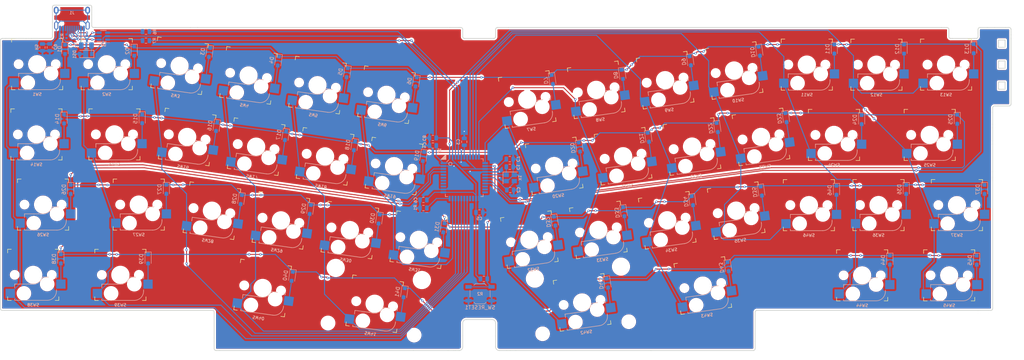
<source format=kicad_pcb>
(kicad_pcb (version 20210126) (generator pcbnew)
  (layers (0 "F.Cu" signal "Front") (31 "B.Cu" signal "Back") (34 "B.Paste" user) (35 "F.Paste" user) (36 "B.SilkS" user "B.Silkscreen") (37 "F.SilkS" user "F.Silkscreen") (38 "B.Mask" user) (39 "F.Mask" user) (44 "Edge.Cuts" user))
  (net 0 "")
  (net 1 "Net-(D1-Pad2)")
  (net 2 "ROW0")
  (net 3 "Net-(D2-Pad2)")
  (net 4 "Net-(D3-Pad2)")
  (net 5 "Net-(D4-Pad2)")
  (net 6 "Net-(D5-Pad2)")
  (net 7 "Net-(D6-Pad2)")
  (net 8 "Net-(D7-Pad2)")
  (net 9 "Net-(D8-Pad2)")
  (net 10 "Net-(D9-Pad2)")
  (net 11 "Net-(D10-Pad2)")
  (net 12 "Net-(D11-Pad2)")
  (net 13 "Net-(D12-Pad2)")
  (net 14 "Net-(D13-Pad2)")
  (net 15 "Net-(D14-Pad2)")
  (net 16 "ROW1")
  (net 17 "Net-(D15-Pad2)")
  (net 18 "Net-(D16-Pad2)")
  (net 19 "Net-(D17-Pad2)")
  (net 20 "Net-(D18-Pad2)")
  (net 21 "Net-(D19-Pad2)")
  (net 22 "Net-(D20-Pad2)")
  (net 23 "Net-(D21-Pad2)")
  (net 24 "Net-(D22-Pad2)")
  (net 25 "Net-(D23-Pad2)")
  (net 26 "Net-(D24-Pad2)")
  (net 27 "Net-(D25-Pad2)")
  (net 28 "Net-(D26-Pad2)")
  (net 29 "ROW2")
  (net 30 "Net-(D27-Pad2)")
  (net 31 "Net-(D28-Pad2)")
  (net 32 "Net-(D29-Pad2)")
  (net 33 "Net-(D30-Pad2)")
  (net 34 "Net-(D31-Pad2)")
  (net 35 "Net-(D32-Pad2)")
  (net 36 "Net-(D33-Pad2)")
  (net 37 "Net-(D34-Pad2)")
  (net 38 "Net-(D35-Pad2)")
  (net 39 "Net-(D36-Pad2)")
  (net 40 "Net-(D37-Pad2)")
  (net 41 "Net-(D38-Pad2)")
  (net 42 "ROW3")
  (net 43 "Net-(D39-Pad2)")
  (net 44 "Net-(D40-Pad2)")
  (net 45 "Net-(D41-Pad2)")
  (net 46 "Net-(D42-Pad2)")
  (net 47 "Net-(D43-Pad2)")
  (net 48 "Net-(D44-Pad2)")
  (net 49 "Net-(D45-Pad2)")
  (net 50 "Net-(D46-Pad2)")
  (net 51 "COL0")
  (net 52 "COL1")
  (net 53 "COL2")
  (net 54 "COL3")
  (net 55 "COL4")
  (net 56 "COL5")
  (net 57 "COL6")
  (net 58 "COL7")
  (net 59 "COL8")
  (net 60 "COL9")
  (net 61 "COL10")
  (net 62 "COL11")
  (net 63 "GND")
  (net 64 "/XTAL2")
  (net 65 "/XTAL1")
  (net 66 "Net-(C3-Pad2)")
  (net 67 "+5V")
  (net 68 "Net-(C9-Pad1)")
  (net 69 "Net-(R1-Pad1)")
  (net 70 "/RESET")
  (net 71 "Net-(J1-PadA5)")
  (net 72 "Net-(J1-PadB5)")
  (net 73 "Net-(R6-Pad2)")
  (net 74 "/D-")
  (net 75 "Net-(R7-Pad2)")
  (net 76 "/D+")
  (net 82 "Net-(F1-Pad1)")
  (net 88 "/DBUS+")
  (net 89 "/DBUS-")
  (footprint "keyswitches:Kailh_socket_MX" (layer "F.Cu") (at 341.22 100.97 180)
    (fp_text reference "SW13")
    (fp_text value "MXSwitch")
  )
  (footprint "keyswitches:Kailh_socket_MX" (layer "F.Cu") (at 246.08 146.26 -172)
    (fp_text reference "SW33")
    (fp_text value "MXSwitch")
  )
  (footprint "keyswitches:Kailh_socket_MX" (layer "F.Cu") (at 133.59 120.79 172)
    (fp_text reference "SW16")
    (fp_text value "MXSwitch")
  )
  (footprint "keyswitches:Kailh_socket_MX" (layer "F.Cu") (at 303.12 100.97 180)
    (fp_text reference "SW11")
    (fp_text value "MXSwitch")
  )
  (footprint "keyswitches:Kailh_socket_MX" (layer "F.Cu") (at 184.88 166.49 172)
    (fp_text reference "SW41")
    (fp_text value "MXSwitch")
  )
  (footprint "keyswitches:Kailh_socket_MX" (layer "F.Cu") (at 150.39 103.92 172)
    (fp_text reference "SW4")
    (fp_text value "MXSwitch")
  )
  (footprint "keyswitches:Kailh_socket_MX" (layer "F.Cu") (at 344.19 139.45 180)
    (fp_text reference "SW37")
    (fp_text value "MXSwitch")
  )
  (footprint "keyswitches:Kailh_socket_MX" (layer "F.Cu") (at 226.62 110.52 -172)
    (fp_text reference "SW7")
    (fp_text value "MXSwitch")
  )
  (footprint "keyswitches:Kailh_socket_MX" (layer "F.Cu") (at 113.69 120.09 180)
    (fp_text reference "SW15")
    (fp_text value "MXSwitch")
  )
  (footprint "keyswitches:Kailh_socket_MX" (layer "F.Cu") (at 92.35 120.09 180)
    (fp_text reference "SW14")
    (fp_text value "MXSwitch")
  )
  (footprint "keyswitches:Kailh_socket_MX" (layer "F.Cu") (at 252.86 126.07 -172)
    (fp_text reference "SW21")
    (fp_text value "MXSwitch")
  )
  (footprint "keyswitches:Kailh_socket_MX" (layer "F.Cu") (at 115.315 158.575 180)
    (fp_text reference "SW39")
    (fp_text value "MXSwitch")
  )
  (footprint "keyswitches:Kailh_socket_MX" (layer "F.Cu") (at 94.165 139.32 180)
    (fp_text reference "SW26")
    (fp_text value "MXSwitch")
  )
  (footprint "keyswitches:Kailh_socket_MX" (layer "F.Cu") (at 322.74 139.45 180)
    (fp_text reference "SW36")
    (fp_text value "MXSwitch")
  )
  (footprint "keyswitches:Kailh_socket_MX" (layer "F.Cu") (at 264.35 105.23 -172)
    (fp_text reference "SW9")
    (fp_text value "MXSwitch")
  )
  (footprint "keyswitches:Kailh_socket_MX" (layer "F.Cu") (at 283.22 102.58 -172)
    (fp_text reference "SW10")
    (fp_text value "MXSwitch")
  )
  (footprint "keyswitches:Kailh_socket_MX" (layer "F.Cu") (at 342.07 158.7 180)
    (fp_text reference "SW45")
    (fp_text value "MXSwitch")
  )
  (footprint "keyswitches:Kailh_socket_MX" (layer "F.Cu") (at 274.67 161.49 -172)
    (fp_text reference "SW43")
    (fp_text value "MXSwitch")
  )
  (footprint "keyswitches:Kailh_socket_MX" (layer "F.Cu") (at 322.17 100.99 180)
    (fp_text reference "SW12")
    (fp_text value "MXSwitch")
  )
  (footprint "keyswitches:Kailh_socket_MX" (layer "F.Cu") (at 120.35 139.32 180)
    (fp_text reference "SW27")
    (fp_text value "MXSwitch")
  )
  (footprint "keyswitches:Kailh_socket_MX" (layer "F.Cu") (at 178.1 146.3 172)
    (fp_text reference "SW30")
    (fp_text value "MXSwitch")
  )
  (footprint "keyswitches:Kailh_socket_MX" (layer "F.Cu") (at 196.96 148.95 172)
    (fp_text reference "SW31")
    (fp_text value "MXSwitch")
  )
  (footprint "keyswitches:Kailh_socket_MX" (layer "F.Cu") (at 154.235 162.165 172)
    (fp_text reference "SW40")
    (fp_text value "MXSwitch")
  )
  (footprint "keyswitches:Kailh_socket_MX" (layer "F.Cu") (at 303.69 139.47 180)
    (fp_text reference "SW46")
    (fp_text value "MXSwitch")
  )
  (footprint "keyswitches:Kailh_socket_MX" (layer "F.Cu") (at 318.266038 158.7 180)
    (fp_text reference "SW44")
    (fp_text value "MXSwitch")
  )
  (footprint "keyswitches:Kailh_socket_MX" (layer "F.Cu") (at 111.59 100.85 180)
    (fp_text reference "SW2")
    (fp_text value "MXSwitch")
  )
  (footprint "keyswitches:Kailh_socket_MX" (layer "F.Cu") (at 92.545 100.84 180)
    (fp_text reference "SW1")
    (fp_text value "MXSwitch")
  )
  (footprint "keyswitches:Kailh_socket_MX" (layer "F.Cu") (at 227.2 148.92 -172)
    (fp_text reference "SW32")
    (fp_text value "MXSwitch")
  )
  (footprint "keyswitches:Kailh_socket_MX" (layer "F.Cu") (at 233.99 128.73 -172)
    (fp_text reference "SW20")
    (fp_text value "MXSwitch")
  )
  (footprint "keyswitches:Kailh_socket_MX" (layer "F.Cu") (at 171.32 126.11 172)
    (fp_text reference "SW18")
    (fp_text value "MXSwitch")
  )
  (footprint "keyswitches:Kailh_socket_MX" (layer "F.Cu") (at 245.49 107.88 -172)
    (fp_text reference "SW8")
    (fp_text value "MXSwitch")
  )
  (footprint "keyswitches:Kailh_socket_MX" (layer "F.Cu") (at 264.93 143.61 -172)
    (fp_text reference "SW34")
    (fp_text value "MXSwitch")
  )
  (footprint "keyswitches:Kailh_socket_MX" (layer "F.Cu") (at 241.639538 166.11 -172)
    (fp_text reference "SW42")
    (fp_text value "MXSwitch")
  )
  (footprint "keyswitches:Kailh_socket_MX" (layer "F.Cu") (at 190.18 128.76 172)
    (fp_text reference "SW19")
    (fp_text value "MXSwitch")
  )
  (footprint "keyswitches:Kailh_socket_MX" (layer "F.Cu") (at 159.24 143.64 172)
    (fp_text reference "SW29")
    (fp_text value "MXSwitch")
  )
  (footprint "keyswitches:Kailh_socket_MX" (layer "F.Cu") (at 271.72 123.42 -172)
    (fp_text reference "SW22")
    (fp_text value "MXSwitch")
  )
  (footprint "keyswitches:Kailh_socket_MX" (layer "F.Cu") (at 188.12 109.22 172)
    (fp_text reference "SW6")
    (fp_text value "MXSwitch")
  )
  (footprint "keyswitches:Kailh_socket_MX" (layer "F.Cu") (at 290.58 120.78 -172)
    (fp_text reference "SW23")
    (fp_text value "MXSwitch")
  )
  (footprint "keyswitches:Kailh_socket_MX" (layer "F.Cu") (at 140.36 140.99 172)
    (fp_text reference "SW28")
    (fp_text value "MXSwitch")
  )
  (footprint "keyswitches:Kailh_socket_MX" (layer "F.Cu") (at 336.75 120.23 180)
    (fp_text reference "SW25")
    (fp_text value "MXSwitch")
  )
  (footprint "keyswitches:Kailh_socket_MX" (layer "F.Cu") (at 283.79 140.97 -172)
    (fp_text reference "SW35")
    (fp_text value "MXSwitch")
  )
  (footprint "keyswitches:Kailh_socket_MX" (layer "F.Cu") (at 91.475 158.56 180)
    (fp_text reference "SW38")
    (fp_text value "MXSwitch")
  )
  (footprint "keyswitches:Kailh_socket_MX" (layer "F.Cu") (at 169.245 106.58 172)
    (fp_text reference "SW5")
    (fp_text value "MXSwitch")
  )
  (footprint "keyswitches:Stabilizer_MX_2u" (layer "F.Cu") (at 241.644684 166.140823 -172)
    (fp_text reference "S1" hide)
    (fp_text value "Stabilizer" hide)
  )
  (footprint "keyswitches:Kailh_socket_MX" (layer "F.Cu") (at 131.52 101.28 172)
    (fp_text reference "SW3")
    (fp_text value "MXSwitch")
  )
  (footprint "keyswitches:Stabilizer_MX_2u" (layer "F.Cu") (at 184.87 166.503771 172)
    (fp_text reference "S2" hide)
    (fp_text value "Stabilizer" hide)
  )
  (footprint "keyswitches:Kailh_socket_MX" (layer "F.Cu") (at 310.56 120.23 180)
    (fp_text reference "SW24")
    (fp_text value "MXSwitch")
  )
  (footprint "keyswitches:Kailh_socket_MX" (layer "F.Cu") (at 152.46 123.45 172)
    (fp_text reference "SW17")
    (fp_text value "MXSwitch")
  )
  (footprint "Diode_SMD:D_SOD-323_HandSoldering" (layer "B.Cu") (at 233.49 105.06 -82)
    (fp_text reference "D7")
    (fp_text value "1N4148")
  )
  (footprint "Resistor_SMD:R_0402_1005Metric" (layer "B.Cu") (at 106.15 93.58 -90)
    (fp_text reference "R4")
    (fp_text value "5.1k")
  )
  (footprint "Diode_SMD:D_SOD-323_HandSoldering" (layer "B.Cu") (at 186.13 143.29 -98)
    (fp_text reference "D30")
    (fp_text value "1N4148")
  )
  (footprint "Resistor_SMD:R_0805_2012Metric" (layer "B.Cu") (at 214.76 159.67)
    (fp_text reference "R2")
    (fp_text value "10k")
  )
  (footprint "Diode_SMD:D_SOD-323_HandSoldering" (layer "B.Cu") (at 121.27 115.77 -90)
    (fp_text reference "D15")
    (fp_text value "1N4148")
  )
  (footprint "Diode_SMD:D_SOD-323_HandSoldering" (layer "B.Cu") (at 100.16 96.77 -90)
    (fp_text reference "D1")
    (fp_text value "1N4148")
  )
  (footprint "Capacitor_SMD:C_0805_2012Metric" (layer "B.Cu") (at 213.54 141.48)
    (fp_text reference "C5")
    (fp_text value "0.1uF")
  )
  (footprint "Diode_SMD:D_SOD-323_HandSoldering" (layer "B.Cu") (at 101.71 135.17 -90)
    (fp_text reference "D26")
    (fp_text value "1N4148")
  )
  (footprint "Diode_SMD:D_SOD-323_HandSoldering" (layer "B.Cu") (at 234.14 143.85 -82)
    (fp_text reference "D32")
    (fp_text value "1N4148")
  )
  (footprint "Resistor_SMD:R_0805_2012Metric" (layer "B.Cu") (at 122.32 94.4)
    (fp_text reference "R7")
    (fp_text value "22")
  )
  (footprint "Resistor_SMD:R_0805_2012Metric" (layer "B.Cu") (at 198.2225 140.25 180)
    (fp_text reference "R1")
    (fp_text value "10k")
  )
  (footprint "Diode_SMD:D_SOD-323_HandSoldering" (layer "B.Cu") (at 162.33 158.99 -98)
    (fp_text reference "D40")
    (fp_text value "1N4148")
  )
  (footprint "Resistor_SMD:R_0805_2012Metric" (layer "B.Cu") (at 122.32 91.94)
    (fp_text reference "R6")
    (fp_text value "22")
  )
  (footprint "Diode_SMD:D_SOD-323_HandSoldering" (layer "B.Cu") (at 99.025 154.19 -90)
    (fp_text reference "D38")
    (fp_text value "1N4148")
  )
  (footprint "Diode_SMD:D_SOD-323_HandSoldering" (layer "B.Cu") (at 196.24 105.73 -98)
    (fp_text reference "D6")
    (fp_text value "1N4148")
  )
  (footprint "Diode_SMD:D_SOD-323_HandSoldering" (layer "B.Cu") (at 278.63 118.21 -82)
    (fp_text reference "D22")
    (fp_text value "1N4148")
  )
  (footprint "Diode_SMD:D_SOD-323_HandSoldering" (layer "B.Cu") (at 348.78 96.61 -90)
    (fp_text reference "D13")
    (fp_text value "1N4148")
  )
  (footprint "Diode_SMD:D_SOD-323_HandSoldering" (layer "B.Cu") (at 259.77 120.89 -82)
    (fp_text reference "D21")
    (fp_text value "1N4148")
  )
  (footprint "Diode_SMD:D_SOD-323_HandSoldering" (layer "B.Cu") (at 177.38 103.1875 -98)
    (fp_text reference "D5")
    (fp_text value "1N4148")
  )
  (footprint "Diode_SMD:D_SOD-323_HandSoldering" (layer "B.Cu") (at 310.64 96.71 -90)
    (fp_text reference "D11")
    (fp_text value "1N4148")
  )
  (footprint "Diode_SMD:D_SOD-323_HandSoldering" (layer "B.Cu") (at 330.31 135.16 -90)
    (fp_text reference "D36")
    (fp_text value "1N4148")
  )
  (footprint "Diode_SMD:D_SOD-323_HandSoldering" (layer "B.Cu") (at 349.6 154.55 -90)
    (fp_text reference "D45")
    (fp_text value "1N4148")
  )
  (footprint "Diode_SMD:D_SOD-323_HandSoldering" (layer "B.Cu") (at 127.89 135.13 -90)
    (fp_text reference "D27")
    (fp_text value "1N4148")
  )
  (footprint "Capacitor_SMD:C_0805_2012Metric" (layer "B.Cu") (at 221.9775 135.31)
    (fp_text reference "C2")
    (fp_text value "22p")
  )
  (footprint "Diode_SMD:D_SOD-323_HandSoldering" (layer "B.Cu") (at 311.23 135.4 -90)
    (fp_text reference "D46")
    (fp_text value "1N4148")
  )
  (footprint "acheron_Components:TQPF-44_10x10mm_P0.8mm" (layer "B.Cu") (at 209.4 131.95 -90)
    (fp_text reference "U1")
    (fp_text value "ATMEGA32U4")
  )
  (footprint "Diode_SMD:D_SOD-323_HandSoldering" (layer "B.Cu") (at 148.39 137.96 -98)
    (fp_text reference "D28")
    (fp_text value "1N4148")
  )
  (footprint "Diode_SMD:D_SOD-323_HandSoldering" (layer "B.Cu") (at 271.24 99.93 -82)
    (fp_text reference "D9")
    (fp_text value "1N4148")
  )
  (footprint "Capacitor_SMD:C_0805_2012Metric" (layer "B.Cu") (at 221.85 126.86)
    (fp_text reference "C7")
    (fp_text value "0.1uF")
  )
  (footprint "Diode_SMD:D_SOD-323_HandSoldering" (layer "B.Cu") (at 198.246034 126.137835 -98)
    (fp_text reference "D19")
    (fp_text value "1N4148")
  )
  (footprint "Button_Switch_SMD:SW_SPST_TL3342" (layer "B.Cu") (at 213.72 163.75)
    (fp_text reference "SW_RESET1")
    (fp_text value "SW_Push")
  )
  (footprint "Diode_SMD:D_SOD-323_HandSoldering" (layer "B.Cu") (at 253.02 141.28 -82)
    (fp_text reference "D33")
    (fp_text value "1N4148")
  )
  (footprint "Diode_SMD:D_SOD-323_HandSoldering" (layer "B.Cu") (at 318.12 116.05 -90)
    (fp_text reference "D24")
    (fp_text value "1N4148")
  )
  (footprint "Diode_SMD:D_SOD-323_HandSoldering" (layer "B.Cu") (at 240.9 123.56 -82)
    (fp_text reference "D20")
    (fp_text value "1N4148")
  )
  (footprint "Fuse:Fuse_1206_3216Metric" (layer "B.Cu") (at 106.015 95.73)
    (fp_text reference "F1")
    (fp_text value "1A hold")
  )
  (footprint "Diode_SMD:D_SOD-323_HandSoldering" (layer "B.Cu") (at 122.895 154.205 -90)
    (fp_text reference "D39")
    (fp_text value "1N4148")
  )
  (footprint "Resistor_SMD:R_0805_2012Metric" (layer "B.Cu") (at 94 96.25 -90)
    (fp_text reference "R5")
    (fp_text value "1M")
  )
  (footprint "Diode_SMD:D_SOD-323_HandSoldering" (layer "B.Cu") (at 344.28 115.95 -90)
    (fp_text reference "D25")
    (fp_text value "1N4148")
  )
  (footprint "Diode_SMD:D_SOD-323_HandSoldering" (layer "B.Cu") (at 141.65 117.92 -98)
    (fp_text reference "D16")
    (fp_text value "1N4148")
  )
  (footprint "Diode_SMD:D_SOD-323_HandSoldering" (layer "B.Cu") (at 167.27 140.66 -98)
    (fp_text reference "D29")
    (fp_text value "1N4148")
  )
  (footprint "Diode_SMD:D_SOD-323_HandSoldering" (layer "B.Cu") (at 297.41 115.5 -82)
    (fp_text reference "D23")
    (fp_text value "1N4148")
  )
  (footprint "Diode_SMD:D_SOD-323_HandSoldering" (layer "B.Cu") (at 271.81 138.25 -82)
    (fp_text reference "D34")
    (fp_text value "1N4148")
  )
  (footprint "Crystal:Crystal_SMD_3225-4Pin_3.2x2.5mm" (layer "B.Cu") (at 221.99 132.03)
    (fp_text reference "X1")
    (fp_text value "16MHz")
  )
  (footprint "Diode_SMD:D_SOD-323_HandSoldering" (layer "B.Cu") (at 248.57 160.82 -82)
    (fp_text reference "D42")
    (fp_text value "1N4148")
  )
  (footprint "Capacitor_SMD:C_0805_2012Metric" (layer "B.Cu") (at 209.4 122.12 -90)
    (fp_text reference "C3")
    (fp_text value "1uF")
  )
  (footprint "Capacitor_SMD:C_0805_2012Metric" (layer "B.Cu") (at 95.98 96.24 -90)
    (fp_text reference "C9")
    (fp_text value "4.7uF")
  )
  (footprint "Diode_SMD:D_SOD-323_HandSoldering" (layer "B.Cu") (at 203.81 145.69 -98)
    (fp_text reference "D31")
    (fp_text value "1N4148")
  )
  (footprint "Capacitor_SMD:C_0805_2012Metric" (layer "B.Cu") (at 221.85 128.97)
    (fp_text reference "C1")
    (fp_text value "22p")
  )
  (footprint "Diode_SMD:D_SOD-323_HandSoldering" (layer "B.Cu") (at 329.72 96.69 -90)
    (fp_text reference "D12")
    (fp_text value "1N4148")
  )
  (footprint "Diode_SMD:D_SOD-323_HandSoldering" (layer "B.Cu") (at 192.97 163.48 -98)
    (fp_text reference "D41")
    (fp_text value "1N4148")
  )
  (footprint "Diode_SMD:D_SOD-323_HandSoldering" (layer "B.Cu") (at 325.85 154.52 -90)
    (fp_text reference "D44")
    (fp_text value "1N4148")
  )
  (footprint "Diode_SMD:D_SOD-323_HandSoldering" (layer "B.Cu") (at 160.5 120.41 -98)
    (fp_text reference "D17")
    (fp_text value "1N4148")
  )
  (footprint "Diode_SMD:D_SOD-323_HandSoldering" (layer "B.Cu") (at 179.37 123.18 -98)
    (fp_text reference "D18")
    (fp_text value "1N4148")
  )
  (footprint "Diode_SMD:D_SOD-323_HandSoldering" (layer "B.Cu") (at 139.7 97.63125 -98)
    (fp_text reference "D3")
    (fp_text value "1N4148")
  )
  (footprint "Diode_SMD:D_SOD-323_HandSoldering" (layer "B.Cu") (at 281.57 156.34 -82)
    (fp_text reference "D43")
    (fp_text value "1N4148")
  )
  (footprint "Diode_SMD:D_SOD-123" (layer "B.Cu") (at 105.825 98.05 180)
    (fp_text reference "DS1")
    (fp_text value "2A Schottky")
  )
  (footprint "Diode_SMD:D_SOD-323_HandSoldering" (layer "B.Cu") (at 99.9 115.84 -90)
    (fp_text reference "D14")
    (fp_text value "1N4148")
  )
  (footprint "Diode_SMD:D_SOD-323_HandSoldering" (layer "B.Cu") (at 158.54 100 -98)
    (fp_text reference "D4")
    (fp_text value "1N4148")
  )
  (footprint "Package_TO_SOT_SMD:SOT-23-6" (layer "B.Cu") (at 110.67 93.17)
    (fp_text reference "U2")
    (fp_text value "SRV05-4")
  )
  (footprint "Diode_SMD:D_SOD-323_HandSoldering" (layer "B.Cu") (at 351.74 135.17 -90)
    (fp_text reference "D37")
    (fp_text value "1N4148")
  )
  (footprint "Diode_SMD:D_SOD-323_HandSoldering" (layer "B.Cu") (at 290.66 135.63 -82)
    (fp_text reference "D35")
    (fp_text value "1N4148")
  )
  (footprint "Capacitor_SMD:C_0805_2012Metric" (layer "B.Cu") (at 200.8025 121.06 180)
    (fp_text reference "C8")
    (fp_text value "4.7uF")
  )
  (footprint "Diode_SMD:D_SOD-323_HandSoldering" (layer "B.Cu") (at 290.13 97.31 -82)
    (fp_text reference "D10")
    (fp_text value "1N4148")
  )
  (footprint "Diode_SMD:D_SOD-323_HandSoldering" (layer "B.Cu") (at 119.1 97.26 -90)
    (fp_text reference "D2")
    (fp_text value "1N4148")
  )
  (footprint "acheron_Connectors:TYPE-C-31-M-12" (layer "B.Cu") (at 102.06 91.76)
    (fp_text reference "J1")
    (fp_text value "TYPE-C-31-M12_13")
  )
  (footprint "Diode_SMD:D_SOD-323_HandSoldering" (layer "B.Cu") (at 252.65 103.64 -82)
    (fp_text reference "D8")
    (fp_text value "1N4148")
  )
  (footprint "Resistor_SMD:R_0402_1005Metric" (layer "B.Cu") (at 100.57 93.2 -90)
    (fp_text reference "R3")
    (fp_text value "5.1k")
  )
  (footprint "Capacitor_SMD:C_0805_2012Metric" (layer "B.Cu") (at 198.2325 138.04 180)
    (fp_text reference "C6")
    (fp_text value "0.1uF")
  )
  (footprint "Capacitor_SMD:C_0805_2012Metric" (layer "B.Cu") (at 200.8125 123.15 180)
    (fp_text reference "C4")
    (fp_text value "0.1uF")
  )
  (gr_line (start 96.73 93.3) (end 96.73 92.8) (layer "Edge.Cuts") (width 0.2))
  (gr_line (start 349.979999 91.8) (end 349.98 91.3) (layer "Edge.Cuts") (width 0.2))
  (gr_line (start 349.979999 168.3) (end 289.48 168.299999) (layer "Edge.Cuts") (width 0.2))
  (gr_line (start 349.979999 93.3) (end 349.979999 92.3) (layer "Edge.Cuts") (width 0.2))
  (gr_line (start 342.98 93.8) (end 348.98 93.8) (layer "Edge.Cuts") (width 0.2))
  (gr_line (start 288.979999 168.8) (end 288.979999 169.8) (layer "Edge.Cuts") (width 0.2))
  (gr_line (start 108.479999 90.8) (end 134.479999 90.8) (layer "Edge.Cuts") (width 0.2))
  (gr_line (start 220.98 179.3) (end 218.979999 179.3) (layer "Edge.Cuts") (width 0.2))
  (gr_line (start 358.98 93.8) (end 358.98 111.8) (layer "Edge.Cuts") (width 0.2))
  (gr_line (start 83.979999 93.8) (end 89.479999 93.8) (layer "Edge.Cuts") (width 0.2))
  (gr_line (start 357.38 94.22) (end 355.58 94.22) (layer "Edge.Cuts") (width 0.2))
  (gr_line (start 353.98 122.8) (end 353.98 130.3) (layer "Edge.Cuts") (width 0.2))
  (gr_arc (start 141.479999 178.8) (end 140.98 178.8) (angle -90) (layer "Edge.Cuts") (width 0.2))
  (gr_arc (start 288.479999 178.8) (end 288.48 179.3) (angle -90) (layer "Edge.Cuts") (width 0.2))
  (gr_line (start 355.58 96.22) (end 357.38 96.22) (layer "Edge.Cuts") (width 0.2))
  (gr_line (start 204.979999 179.3) (end 195.48 179.3) (layer "Edge.Cuts") (width 0.2))
  (gr_line (start 140.98 178.8) (end 140.98 176.8) (layer "Edge.Cuts") (width 0.2))
  (gr_line (start 107.479999 87.3) (end 107.479999 90.3) (layer "Edge.Cuts") (width 0.2))
  (gr_line (start 355.83 105.72) (end 355.58 105.72) (layer "Edge.Cuts") (width 0.2))
  (gr_line (start 341.979999 92.3) (end 341.979999 93.3) (layer "Edge.Cuts") (width 0.2))
  (gr_arc (start 209.979999 171.8) (end 209.979999 170.799999) (angle -90) (layer "Edge.Cuts") (width 0.2))
  (gr_line (start 140.98 175.8) (end 140.98 168.8) (layer "Edge.Cuts") (width 0.2))
  (gr_arc (start 208.48 91.3) (end 208.979999 91.3) (angle -90) (layer "Edge.Cuts") (width 0.2))
  (gr_line (start 355.58 99.975) (end 355.58 100.325) (layer "Edge.Cuts") (width 0.2))
  (gr_arc (start 353.48 167.8) (end 353.48 168.3) (angle -90) (layer "Edge.Cuts") (width 0.2))
  (gr_line (start 217.98 175.3) (end 217.979999 171.8) (layer "Edge.Cuts") (width 0.2))
  (gr_line (start 353.98 118.3) (end 353.98 121.8) (layer "Edge.Cuts") (width 0.2))
  (gr_line (start 357.38 100.3) (end 357.38 99.97) (layer "Edge.Cuts") (width 0.2))
  (gr_line (start 206.479999 179.3) (end 204.979999 179.3) (layer "Edge.Cuts") (width 0.2))
  (gr_line (start 352.479999 90.8) (end 354.479999 90.8) (layer "Edge.Cuts") (width 0.2))
  (gr_line (start 216.979999 170.8) (end 209.979999 170.799999) (layer "Edge.Cuts") (width 0.2))
  (gr_arc (start 289.479999 168.8) (end 289.48 168.299999) (angle -90) (layer "Edge.Cuts") (width 0.2))
  (gr_line (start 96.73 89.3) (end 96.73 87.3) (layer "Edge.Cuts") (width 0.2))
  (gr_line (start 355.58 105.72) (end 355.58 106.074999) (layer "Edge.Cuts") (width 0.2))
  (gr_line (start 357.38 107.719999) (end 357.38 107.345) (layer "Edge.Cuts") (width 0.2))
  (gr_line (start 357.38 105.72) (end 357.13 105.72) (layer "Edge.Cuts") (width 0.2))
  (gr_line (start 353.98 112.8) (end 353.98 114.05) (layer "Edge.Cuts") (width 0.2))
  (gr_line (start 349.979999 92.3) (end 349.979999 91.8) (layer "Edge.Cuts") (width 0.2))
  (gr_line (start 357.13 105.72) (end 355.83 105.72) (layer "Edge.Cuts") (width 0.2))
  (gr_line (start 96.73 92.8) (end 96.73 89.3) (layer "Edge.Cuts") (width 0.2))
  (gr_line (start 342.479999 93.8) (end 342.98 93.8) (layer "Edge.Cuts") (width 0.2))
  (gr_line (start 355.58 107.35) (end 355.58 107.719999) (layer "Edge.Cuts") (width 0.2))
  (gr_arc (start 140.48 168.8) (end 140.98 168.8) (angle -90) (layer "Edge.Cuts") (width 0.2))
  (gr_line (start 358.98 92.8) (end 358.98 93.8) (layer "Edge.Cuts") (width 0.2))
  (gr_line (start 353.48 168.3) (end 349.979999 168.3) (layer "Edge.Cuts") (width 0.2))
  (gr_line (start 355.58 101.645) (end 355.58 101.97) (layer "Edge.Cuts") (width 0.2))
  (gr_line (start 82.479999 163.3) (end 82.479999 95.8) (layer "Edge.Cuts") (width 0.2))
  (gr_line (start 357.38 94.319999) (end 357.38 94.22) (layer "Edge.Cuts") (width 0.2))
  (gr_arc (start 96.229999 93.3) (end 96.229999 93.8) (angle -90) (layer "Edge.Cuts") (width 0.2))
  (gr_line (start 82.979999 93.8) (end 83.979999 93.8) (layer "Edge.Cuts") (width 0.2))
  (gr_arc (start 82.979999 167.8) (end 82.479999 167.8) (angle -90) (layer "Edge.Cuts") (width 0.2))
  (gr_line (start 107.479999 85.3) (end 107.479999 87.3) (layer "Edge.Cuts") (width 0.2))
  (gr_arc (start 358.48 111.8) (end 358.48 112.3) (angle -90) (layer "Edge.Cuts") (width 0.2))
  (gr_line (start 134.479999 90.8) (end 136.479999 90.8) (layer "Edge.Cuts") (width 0.2))
  (gr_line (start 97.78 84.7) (end 107.08 84.7) (layer "Edge.Cuts") (width 0.2))
  (gr_line (start 221.979999 179.3) (end 220.98 179.3) (layer "Edge.Cuts") (width 0.2))
  (gr_line (start 353.98 132.8) (end 353.98 142.3) (layer "Edge.Cuts") (width 0.2))
  (gr_arc (start 218.48 91.3) (end 218.48 90.8) (angle -90) (layer "Edge.Cuts") (width 0.2))
  (gr_arc (start 207.98 178.3) (end 207.98 179.3) (angle -90) (layer "Edge.Cuts") (width 0.2))
  (gr_line (start 341.979999 91.8) (end 341.979999 92.3) (layer "Edge.Cuts") (width 0.2))
  (gr_line (start 208.979999 171.8) (end 208.979999 175.3) (layer "Edge.Cuts") (width 0.2))
  (gr_line (start 96.73 87.3) (end 96.73 85.3) (layer "Edge.Cuts") (width 0.2))
  (gr_line (start 208.979999 91.3) (end 208.98 93.3) (layer "Edge.Cuts") (width 0.2))
  (gr_arc (start 97.229999 85.2) (end 97.229999 84.7) (angle -90) (layer "Edge.Cuts") (width 0.2))
  (gr_line (start 107.479999 85.099999) (end 107.479999 85.3) (layer "Edge.Cuts") (width 0.2))
  (gr_line (start 223.48 179.3) (end 221.979999 179.3) (layer "Edge.Cuts") (width 0.2))
  (gr_line (start 357.479999 90.8) (end 358.48 90.8) (layer "Edge.Cuts") (width 0.2))
  (gr_line (start 357.13 107.719999) (end 357.38 107.719999) (layer "Edge.Cuts") (width 0.2))
  (gr_arc (start 341.479999 91.299999) (end 341.979999 91.3) (angle -90) (layer "Edge.Cuts") (width 0.2))
  (gr_line (start 89.479999 93.8) (end 90.979999 93.8) (layer "Edge.Cuts") (width 0.2))
  (gr_line (start 341.979999 91.3) (end 341.979999 91.8) (layer "Edge.Cuts") (width 0.2))
  (gr_line (start 207.98 179.3) (end 206.979999 179.3) (layer "Edge.Cuts") (width 0.2))
  (gr_line (start 355.58 101.97) (end 355.83 101.97) (layer "Edge.Cuts") (width 0.2))
  (gr_line (start 207.98 90.8) (end 208.48 90.8) (layer "Edge.Cuts") (width 0.2))
  (gr_line (start 350.48 90.8) (end 352.479999 90.8) (layer "Edge.Cuts") (width 0.2))
  (gr_line (start 142.479999 179.3) (end 141.479999 179.3) (layer "Edge.Cuts") (width 0.2))
  (gr_line (start 357.38 99.97) (end 357.27 99.97) (layer "Edge.Cuts") (width 0.2))
  (gr_line (start 348.98 93.8) (end 349.479999 93.8) (layer "Edge.Cuts") (width 0.2))
  (gr_line (start 195.48 179.3) (end 142.479999 179.3) (layer "Edge.Cuts") (width 0.2))
  (gr_line (start 357.13 101.97) (end 357.38 101.97) (layer "Edge.Cuts") (width 0.2))
  (gr_line (start 355.58 99.97) (end 355.58 99.975) (layer "Edge.Cuts") (width 0.2))
  (gr_arc (start 218.98 178.3) (end 217.98 178.3) (angle -90) (layer "Edge.Cuts") (width 0.2))
  (gr_line (start 353.98 117.3) (end 353.98 118.3) (layer "Edge.Cuts") (width 0.2))
  (gr_line (start 353.98 121.8) (end 353.98 122.8) (layer "Edge.Cuts") (width 0.2))
  (gr_arc (start 354.479999 112.8) (end 354.479999 112.3) (angle -90) (layer "Edge.Cuts") (width 0.2))
  (gr_arc (start 82.979999 94.3) (end 82.979999 93.8) (angle -90) (layer "Edge.Cuts") (width 0.2))
  (gr_line (start 96.73 85.3) (end 96.729999 85.2) (layer "Edge.Cuts") (width 0.2))
  (gr_line (start 140.48 168.3) (end 82.979999 168.3) (layer "Edge.Cuts") (width 0.2))
  (gr_line (start 140.98 176.8) (end 140.98 175.8) (layer "Edge.Cuts") (width 0.2))
  (gr_arc (start 358.48 91.299999) (end 358.98 91.3) (angle -90) (layer "Edge.Cuts") (width 0.2))
  (gr_line (start 218.48 90.8) (end 221.479999 90.8) (layer "Edge.Cuts") (width 0.2))
  (gr_line (start 90.979999 93.8) (end 96.229999 93.8) (layer "Edge.Cuts") (width 0.2))
  (gr_line (start 354.479999 90.8) (end 357.479999 90.8) (layer "Edge.Cuts") (width 0.2))
  (gr_line (start 357.13 99.97) (end 355.83 99.97) (layer "Edge.Cuts") (width 0.2))
  (gr_line (start 355.58 96.029999) (end 355.58 96.22) (layer "Edge.Cuts") (width 0.2))
  (gr_line (start 353.98 142.3) (end 353.98 167.8) (layer "Edge.Cuts") (width 0.2))
  (gr_line (start 353.98 130.3) (end 353.98 131.8) (layer "Edge.Cuts") (width 0.2))
  (gr_line (start 355.48 112.3) (end 354.479999 112.3) (layer "Edge.Cuts") (width 0.2))
  (gr_arc (start 107.08 85.099999) (end 107.479999 85.099999) (angle -90) (layer "Edge.Cuts") (width 0.2))
  (gr_arc (start 342.479999 93.3) (end 341.979999 93.3) (angle -90) (layer "Edge.Cuts") (width 0.2))
  (gr_line (start 355.58 94.22) (end 355.58 95.009999) (layer "Edge.Cuts") (width 0.2))
  (gr_line (start 339.979999 90.8) (end 341.48 90.8) (layer "Edge.Cuts") (width 0.2))
  (gr_line (start 217.98 178.3) (end 217.98 175.3) (layer "Edge.Cuts") (width 0.2))
  (gr_arc (start 349.479999 93.3) (end 349.479999 93.8) (angle -90) (layer "Edge.Cuts") (width 0.2))
  (gr_line (start 209.479999 93.8) (end 217.479999 93.8) (layer "Edge.Cuts") (width 0.2))
  (gr_line (start 206.979999 179.3) (end 206.479999 179.3) (layer "Edge.Cuts") (width 0.2))
  (gr_line (start 288.979999 169.8) (end 288.979999 174.8) (layer "Edge.Cuts") (width 0.2))
  (gr_line (start 357.38 106.07) (end 357.38 105.72) (layer "Edge.Cuts") (width 0.2))
  (gr_line (start 288.48 179.3) (end 260.479999 179.3) (layer "Edge.Cuts") (width 0.2))
  (gr_line (start 353.98 114.05) (end 353.98 117.3) (layer "Edge.Cuts") (width 0.2))
  (gr_line (start 355.58 95.009999) (end 355.58 96.029999) (layer "Edge.Cuts") (width 0.2))
  (gr_line (start 353.98 132.3) (end 353.98 132.8) (layer "Edge.Cuts") (width 0.2))
  (gr_line (start 355.58 100.325) (end 355.58 101.645) (layer "Edge.Cuts") (width 0.2))
  (gr_line (start 357.27 99.97) (end 357.13 99.97) (layer "Edge.Cuts") (width 0.2))
  (gr_line (start 357.38 101.619999) (end 357.38 100.3) (layer "Edge.Cuts") (width 0.2))
  (gr_line (start 358.98 91.3) (end 358.98 92.8) (layer "Edge.Cuts") (width 0.2))
  (gr_line (start 353.98 131.8) (end 353.98 132.3) (layer "Edge.Cuts") (width 0.2))
  (gr_line (start 355.83 101.97) (end 357.13 101.97) (layer "Edge.Cuts") (width 0.2))
  (gr_line (start 355.83 107.719999) (end 357.13 107.719999) (layer "Edge.Cuts") (width 0.2))
  (gr_arc (start 350.48 91.3) (end 350.48 90.8) (angle -90) (layer "Edge.Cuts") (width 0.2))
  (gr_arc (start 209.48 93.3) (end 208.98 93.3) (angle -90) (layer "Edge.Cuts") (width 0.2))
  (gr_arc (start 107.979999 90.3) (end 107.479999 90.3) (angle -90) (layer "Edge.Cuts") (width 0.2))
  (gr_line (start 260.479999 179.3) (end 223.48 179.3) (layer "Edge.Cuts") (width 0.2))
  (gr_line (start 82.479999 167.8) (end 82.479999 163.3) (layer "Edge.Cuts") (width 0.2))
  (gr_line (start 217.98 93.3) (end 217.98 91.3) (layer "Edge.Cuts") (width 0.2))
  (gr_line (start 136.479999 90.8) (end 205.48 90.8) (layer "Edge.Cuts") (width 0.2))
  (gr_line (start 358.48 112.3) (end 355.48 112.3) (layer "Edge.Cuts") (width 0.2))
  (gr_line (start 208.979999 175.3) (end 208.979999 178.3) (layer "Edge.Cuts") (width 0.2))
  (gr_line (start 288.979999 174.8) (end 288.979999 176.8) (layer "Edge.Cuts") (width 0.2))
  (gr_line (start 288.979999 176.8) (end 288.979999 178.8) (layer "Edge.Cuts") (width 0.2))
  (gr_line (start 357.38 107.345) (end 357.38 106.07) (layer "Edge.Cuts") (width 0.2))
  (gr_line (start 97.229999 84.7) (end 97.78 84.7) (layer "Edge.Cuts") (width 0.2))
  (gr_line (start 355.83 99.97) (end 355.58 99.97) (layer "Edge.Cuts") (width 0.2))
  (gr_line (start 82.479999 95.8) (end 82.479999 94.3) (layer "Edge.Cuts") (width 0.2))
  (gr_line (start 205.48 90.8) (end 207.98 90.8) (layer "Edge.Cuts") (width 0.2))
  (gr_line (start 221.479999 90.8) (end 339.979999 90.8) (layer "Edge.Cuts") (width 0.2))
  (gr_line (start 357.38 101.97) (end 357.38 101.619999) (layer "Edge.Cuts") (width 0.2))
  (gr_line (start 357.38 96.22) (end 357.38 94.319999) (layer "Edge.Cuts") (width 0.2))
  (gr_arc (start 216.979999 171.8) (end 217.979999 171.8) (angle -90) (layer "Edge.Cuts") (width 0.2))
  (gr_arc (start 217.48 93.3) (end 217.479999 93.8) (angle -90) (layer "Edge.Cuts") (width 0.2))
  (gr_line (start 107.98 90.8) (end 108.479999 90.8) (layer "Edge.Cuts") (width 0.2))
  (gr_line (start 355.58 106.074999) (end 355.58 107.35) (layer "Edge.Cuts") (width 0.2))
  (gr_line (start 355.58 107.719999) (end 355.83 107.719999) (layer "Edge.Cuts") (width 0.2))
  (segment (start 100.16 103.325) (end 100.105 103.38) (width 0.254) (layer "B.Cu") (net 1))
  (segment (start 100.15 103.335) (end 100.105 103.38) (width 0.254) (layer "B.Cu") (net 1))
  (segment (start 100.16 98.02) (end 100.16 103.325) (width 0.254) (layer "B.Cu") (net 1))
  (segment (start 253.89 102.3) (end 255.18 101.01) (width 0.254) (layer "F.Cu") (net 2))
  (segment (start 226.673185 138.356815) (end 226.43 138.6) (width 0.254) (layer "F.Cu") (net 2))
  (segment (start 273.14 97.43) (end 272.68 97.89) (width 0.254) (layer "F.Cu") (net 2))
  (segment (start 101.73 95.52) (end 117.02 95.52) (width 0.254) (layer "F.Cu") (net 2))
  (segment (start 313.99 95.43) (end 311.88 95.43) (width 0.254) (layer "F.Cu") (net 2))
  (segment (start 311.88 95.43) (end 311.85 95.4) (width 0.254) (layer "F.Cu") (net 2))
  (segment (start 333.04 129.97) (end 291.11824 129.97) (width 0.254) (layer "F.Cu") (net 2))
  (segment (start 292.45 95.46) (end 292.44 95.47) (width 0.254) (layer "F.Cu") (net 2))
  (segment (start 253.87 102.3) (end 253.89 102.3) (width 0.254) (layer "F.Cu") (net 2))
  (segment (start 200.02 104.45) (end 214.05 104.45) (width 0.254) (layer "F.Cu") (net 2))
  (segment (start 295.08 95.46) (end 292.45 95.46) (width 0.254) (layer "F.Cu") (net 2))
  (segment (start 274.84 97.43) (end 273.14 97.43) (width 0.254) (layer "F.Cu") (net 2))
  (segment (start 291.11824 129.97) (end 226.673185 138.356815) (width 0.254) (layer "F.Cu") (net 2))
  (via (at 292.44 95.47) (size 0.6) (drill 0.3) (layers "F.Cu" "B.Cu") (net 2))
  (via (at 313.99 95.43) (size 0.6) (drill 0.3) (layers "F.Cu" "B.Cu") (net 2))
  (via (at 295.08 95.46) (size 0.6) (drill 0.3) (layers "F.Cu" "B.Cu") (net 2))
  (via (at 274.84 97.43) (size 0.6) (drill 0.3) (layers "F.Cu" "B.Cu") (net 2))
  (via (at 200.02 104.45) (size 0.6) (drill 0.3) (layers "F.Cu" "B.Cu") (net 2))
  (via (at 214.05 104.45) (size 0.6) (drill 0.3) (layers "F.Cu" "B.Cu") (net 2))
  (via (at 333.04 129.97) (size 0.65) (drill 0.3) (layers "F.Cu" "B.Cu") (net 2))
  (via (at 255.18 101.01) (size 0.6) (drill 0.3) (layers "F.Cu" "B.Cu") (net 2))
  (via (at 101.73 95.52) (size 0.6) (drill 0.3) (layers "F.Cu" "B.Cu") (net 2))
  (via (at 311.85 95.4) (size 0.6) (drill 0.3) (layers "F.Cu" "B.Cu") (net 2))
  (via (at 117.02 95.52) (size 0.6) (drill 0.3) (layers "F.Cu" "B.Cu") (net 2))
  (via (at 226.43 138.6) (size 0.6) (drill 0.3) (layers "F.Cu" "B.Cu") (net 2))
  (via (at 272.68 97.89) (size 0.6) (drill 0.3) (layers "F.Cu" "B.Cu") (net 2))
  (via (at 253.87 102.3) (size 0.6) (drill 0.3) (layers "F.Cu" "B.Cu") (net 2))
  (segment (start 329.72 95.44) (end 314 95.44) (width 0.254) (layer "B.Cu") (net 2))
  (segment (start 255.18 101.01) (end 257.497835 98.692165) (width 0.254) (layer "B.Cu") (net 2))
  (segment (start 139.873966 96.393415) (end 156.345216 96.393415) (width 0.254) (layer "B.Cu") (net 2))
  (segment (start 290.558199 95.47) (end 289.956034 96.072165) (width 0.254) (layer "B.Cu") (net 2))
  (segment (start 348.78 95.36) (end 350.78 97.36) (width 0.254) (layer "B.Cu") (net 2))
  (segment (start 158.713966 98.762165) (end 174.366466 98.762165) (width 0.254) (layer "B.Cu") (net 2))
  (segment (start 193.871466 101.949665) (end 196.413966 104.492165) (width 0.254) (layer "B.Cu") (net 2))
  (segment (start 216.82 133.55) (end 221.2 137.93) (width 0.254) (layer "B.Cu") (net 2))
  (segment (start 234.736034 102.402165) (end 233.316034 103.822165) (width 0.254) (layer "B.Cu") (net 2))
  (segment (start 100.16 95.52) (end 101.73 95.52) (width 0.254) (layer "B.Cu") (net 2))
  (segment (start 311.85 95.4) (end 310.7 95.4) (width 0.254) (layer "B.Cu") (net 2))
  (segment (start 289.956034 96.072165) (end 276.197835 96.072165) (width 0.254) (layer "B.Cu") (net 2))
  (segment (start 310.7 95.4) (end 310.64 95.46) (width 0.254) (layer "B.Cu") (net 2))
  (segment (start 350.78 124.762082) (end 345.572082 129.97) (width 0.254) (layer "B.Cu") (net 2))
  (segment (start 314 95.44) (end 313.99 95.43) (width 0.254) (layer "B.Cu") (net 2))
  (segment (start 272.68 97.89) (end 271.868199 97.89) (width 0.254) (layer "B.Cu") (net 2))
  (segment (start 174.366466 98.762165) (end 177.553966 101.949665) (width 0.254) (layer "B.Cu") (net 2))
  (segment (start 221.2 137.93) (end 221.87 138.6) (width 0.254) (layer "B.Cu") (net 2))
  (segment (start 221.87 138.6) (end 226.43 138.6) (width 0.254) (layer "B.Cu") (net 2))
  (segment (start 271.868199 97.89) (end 271.066034 98.692165) (width 0.254) (layer "B.Cu") (net 2))
  (segment (start 214.05 104.45) (end 232.688199 104.45) (width 0.254) (layer "B.Cu") (net 2))
  (segment (start 119.1 96.01) (end 117.51 96.01) (width 0.254) (layer "B.Cu") (net 2))
  (segment (start 215.1 133.55) (end 216.82 133.55) (width 0.254) (layer "B.Cu") (net 2))
  (segment (start 345.572082 129.97) (end 333.04 129.97) (width 0.254) (layer "B.Cu") (net 2))
  (segment (start 310.64 95.46) (end 295.08 95.46) (width 0.254) (layer "B.Cu") (net 2))
  (segment (start 199.977835 104.492165) (end 200.02 104.45) (width 0.254) (layer "B.Cu") (net 2))
  (segment (start 350.78 97.36) (end 350.78 124.762082) (width 0.254) (layer "B.Cu") (net 2))
  (segment (start 196.413966 104.492165) (end 199.977835 104.492165) (width 0.254) (layer "B.Cu") (net 2))
  (segment (start 119.483415 96.393415) (end 119.1 96.01) (width 0.254) (layer "B.Cu") (net 2))
  (segment (start 292.44 95.47) (end 290.558199 95.47) (width 0.254) (layer "B.Cu") (net 2))
  (segment (start 232.688199 104.45) (end 233.316034 103.822165) (width 0.254) (layer "B.Cu") (net 2))
  (segment (start 276.197835 96.072165) (end 274.84 97.43) (width 0.254) (layer "B.Cu") (net 2))
  (segment (start 348.78 95.36) (end 329.8 95.36) (width 0.254) (layer "B.Cu") (net 2))
  (segment (start 139.873966 96.393415) (end 119.483415 96.393415) (width 0.254) (layer "B.Cu") (net 2))
  (segment (start 257.497835 98.692165) (end 258.397835 98.692165) (width 0.254) (layer "B.Cu") (net 2))
  (segment (start 252.476034 102.402165) (end 234.736034 102.402165) (width 0.254) (layer "B.Cu") (net 2))
  (segment (start 252.476034 102.402165) (end 253.767835 102.402165) (width 0.254) (layer "B.Cu") (net 2))
  (segment (start 271.066034 98.692165) (end 258.397835 98.692165) (width 0.254) (layer "B.Cu") (net 2))
  (segment (start 177.553966 101.949665) (end 193.871466 101.949665) (width 0.254) (layer "B.Cu") (net 2))
  (segment (start 156.345216 96.393415) (end 158.713966 98.762165) (width 0.254) (layer "B.Cu") (net 2))
  (segment (start 117.51 96.01) (end 117.02 95.52) (width 0.254) (layer "B.Cu") (net 2))
  (segment (start 329.8 95.36) (end 329.72 95.44) (width 0.254) (layer "B.Cu") (net 2))
  (segment (start 253.767835 102.402165) (end 253.87 102.3) (width 0.254) (layer "B.Cu") (net 2))
  (segment (start 119.1 98.51) (end 119.15 98.56) (width 0.254) (layer "B.Cu") (net 3))
  (segment (start 119.15 98.56) (end 119.15 103.39) (width 0.254) (layer "B.Cu") (net 3))
  (segment (start 139.602579 98.324438) (end 138.652927 104.84743) (width 0.254) (layer "B.Cu") (net 4))
  (segment (start 158.442579 100.693188) (end 157.522927 107.48743) (width 0.254) (layer "B.Cu") (net 5))
  (segment (start 177.282579 103.880688) (end 176.377927 110.14743) (width 0.254) (layer "B.Cu") (net 6))
  (segment (start 196.142579 106.423188) (end 195.252927 112.78743) (width 0.254) (layer "B.Cu") (net 7))
  (segment (start 233.587421 105.753188) (end 234.459926 111.983132) (width 0.254) (layer "B.Cu") (net 8))
  (segment (start 252.823966 104.877835) (end 253.329926 109.343132) (width 0.254) (layer "B.Cu") (net 9))
  (segment (start 271.337421 100.623188) (end 272.189926 106.693132) (width 0.254) (layer "B.Cu") (net 10))
  (segment (start 290.227421 98.003188) (end 291.059926 104.043132) (width 0.254) (layer "B.Cu") (net 11))
  (segment (start 310.64 97.41) (end 310.68 103.51) (width 0.254) (layer "B.Cu") (net 12))
  (segment (start 329.72 103.52) (end 329.73 103.53) (width 0.254) (layer "B.Cu") (net 13))
  (segment (start 329.72 97.94) (end 329.72 103.52) (width 0.254) (layer "B.Cu") (net 13))
  (segment (start 348.78 97.31) (end 348.78 103.51) (width 0.254) (layer "B.Cu") (net 14))
  (segment (start 99.9 122.62) (end 99.91 122.63) (width 0.254) (layer "B.Cu") (net 15))
  (segment (start 99.9 116.54) (end 99.9 122.62) (width 0.254) (layer "B.Cu") (net 15))
  (segment (start 293.44 129.21) (end 226.324363 137.944363) (width 0.254) (layer "F.Cu") (net 16))
  (segment (start 143.37 117.46) (end 145.31 117.71) (width 0.254) (layer "F.Cu") (net 16))
  (segment (start 181.14 122.74) (end 183.15 123.04) (width 0.254) (layer "F.Cu") (net 16))
  (segment (start 262.89 118.32) (end 261.17 118.32) (width 0.254) (layer "F.Cu") (net 16))
  (segment (start 333.64 129.21) (end 293.44 129.21) (width 0.254) (layer "F.Cu") (net 16))
  (segment (start 224.68 137.948) (end 224.683637 137.944363) (width 0.254) (layer "F.Cu") (net 16))
  (segment (start 224.683637 137.944363) (end 226.324363 137.944363) (width 0.254) (layer "F.Cu") (net 16))
  (segment (start 261.17 118.32) (end 260.73 118.76) (width 0.254) (layer "F.Cu") (net 16))
  (segment (start 279.32 114.25) (end 278.94 114.63) (width 0.254) (layer "F.Cu") (net 16))
  (segment (start 124.65 115.45) (end 126.58 115.61) (width 0.254) (layer "F.Cu") (net 16))
  (segment (start 298.85 114.23) (end 298.84 114.22) (width 0.254) (layer "F.Cu") (net 16))
  (segment (start 301.37 114.23) (end 298.85 114.23) (width 0.254) (layer "F.Cu") (net 16))
  (segment (start 104.47 115.12) (end 106.29 115.09) (width 0.254) (layer "F.Cu") (net 16))
  (segment (start 222.27 125.02) (end 199.89 125.02) (width 0.254) (layer "F.Cu") (net 16))
  (segment (start 162.31 119.97) (end 164.37 120.26) (width 0.254) (layer "F.Cu") (net 16))
  (segment (start 244.43 121.76) (end 242.14 121.76) (width 0.254) (layer "F.Cu") (net 16))
  (segment (start 281.41 114.25) (end 279.32 114.25) (width 0.254) (layer "F.Cu") (net 16))
  (segment (start 224.96 122.33) (end 222.27 125.02) (width 0.254) (layer "F.Cu") (net 16))
  (via (at 199.89 125.02) (size 0.6) (drill 0.3) (layers "F.Cu" "B.Cu") (net 16))
  (via (at 224.68 137.948) (size 0.65) (drill 0.3) (layers "F.Cu" "B.Cu") (net 16))
  (via (at 242.14 121.76) (size 0.6) (drill 0.3) (layers "F.Cu" "B.Cu") (net 16))
  (via (at 281.41 114.25) (size 0.6) (drill 0.3) (layers "F.Cu" "B.Cu") (net 16))
  (via (at 278.94 114.63) (size 0.6) (drill 0.3) (layers "F.Cu" "B.Cu") (net 16))
  (via (at 162.31 119.97) (size 0.6) (drill 0.3) (layers "F.Cu" "B.Cu") (net 16))
  (via (at 183.15 123.04) (size 0.6) (drill 0.3) (layers "F.Cu" "B.Cu") (net 16))
  (via (at 145.31 117.71) (size 0.6) (drill 0.3) (layers "F.Cu" "B.Cu") (net 16))
  (via (at 181.14 122.74) (size 0.6) (drill 0.3) (layers "F.Cu" "B.Cu") (net 16))
  (via (at 164.37 120.26) (size 0.6) (drill 0.3) (layers "F.Cu" "B.Cu") (net 16))
  (via (at 301.37 114.23) (size 0.6) (drill 0.3) (layers "F.Cu" "B.Cu") (net 16))
  (via (at 104.47 115.12) (size 0.6) (drill 0.3) (layers "F.Cu" "B.Cu") (net 16))
  (via (at 333.64 129.21) (size 0.65) (drill 0.3) (layers "F.Cu" "B.Cu") (net 16))
  (via (at 126.58 115.61) (size 0.6) (drill 0.3) (layers "F.Cu" "B.Cu") (net 16))
  (via (at 224.96 122.33) (size 0.6) (drill 0.3) (layers "F.Cu" "B.Cu") (net 16))
  (via (at 124.65 115.45) (size 0.6) (drill 0.3) (layers "F.Cu" "B.Cu") (net 16))
  (via (at 244.43 121.76) (size 0.6) (drill 0.3) (layers "F.Cu" "B.Cu") (net 16))
  (via (at 262.89 118.32) (size 0.6) (drill 0.3) (layers "F.Cu" "B.Cu") (net 16))
  (via (at 106.29 115.09) (size 0.6) (drill 0.3) (layers "F.Cu" "B.Cu") (net 16))
  (via (at 260.73 118.76) (size 0.6) (drill 0.3) (layers "F.Cu" "B.Cu") (net 16))
  (via (at 143.37 117.46) (size 0.6) (drill 0.3) (layers "F.Cu" "B.Cu") (net 16))
  (via (at 298.84 114.22) (size 0.6) (drill 0.3) (layers "F.Cu" "B.Cu") (net 16))
  (segment (start 297.278199 114.22) (end 297.236034 114.262165) (width 0.254) (layer "B.Cu") (net 16))
  (segment (start 121.27 115.07) (end 124.65 115.45) (width 0.254) (layer "B.Cu") (net 16))
  (segment (start 246.537835 119.652165) (end 244.43 121.76) (width 0.254) (layer "B.Cu") (net 16))
  (segment (start 298.84 114.22) (end 297.278199 114.22) (width 0.254) (layer "B.Cu") (net 16))
  (segment (start 185.01 124.9) (end 183.15 123.04) (width 0.254) (layer "B.Cu") (net 16))
  (segment (start 260.488199 118.76) (end 259.596034 119.652165) (width 0.254) (layer "B.Cu") (net 16))
  (segment (start 241.288199 121.76) (end 240.726034 122.322165) (width 0.254) (layer "B.Cu") (net 16))
  (segment (start 317.55 114.23) (end 301.37 114.23) (width 0.254) (layer "B.Cu") (net 16))
  (segment (start 164.37 120.26) (end 179.467421 122.486812) (width 0.254) (layer "B.Cu") (net 16))
  (segment (start 224.68 137.948) (end 221.958 137.948) (width 0.254) (layer "B.Cu") (net 16))
  (segment (start 259.596034 119.652165) (end 246.537835 119.652165) (width 0.254) (layer "B.Cu") (net 16))
  (segment (start 278.94 114.63) (end 278.94 116.488199) (width 0.254) (layer "B.Cu") (net 16))
  (segment (start 260.73 118.76) (end 260.488199 118.76) (width 0.254) (layer "B.Cu") (net 16))
  (segment (start 198.54 125.02) (end 198.42 124.9) (width 0.254) (layer "B.Cu") (net 16))
  (segment (start 160.597421 119.716812) (end 162.31 119.97) (width 0.254) (layer "B.Cu") (net 16))
  (segment (start 278.456034 116.972165) (end 264.237835 116.972165) (width 0.254) (layer "B.Cu") (net 16))
  (segment (start 221.958 137.948) (end 221.695 137.685) (width 0.254) (layer "B.Cu") (net 16))
  (segment (start 221.958 137.948) (end 216.76 132.75) (width 0.254) (layer "B.Cu") (net 16))
  (segment (start 126.58 115.61) (end 141.747421 117.226812) (width 0.254) (layer "B.Cu") (net 16))
  (segment (start 278.94 116.488199) (end 278.456034 116.972165) (width 0.254) (layer "B.Cu") (net 16))
  (segment (start 179.467421 122.486812) (end 181.14 122.74) (width 0.254) (layer "B.Cu") (net 16))
  (segment (start 99.9 115.14) (end 104.45 115.14) (width 0.254) (layer "B.Cu") (net 16))
  (segment (start 346.23 116.65) (end 344.28 114.7) (width 0.254) (layer "B.Cu") (net 16))
  (segment (start 264.237835 116.972165) (end 262.89 118.32) (width 0.254) (layer "B.Cu") (net 16))
  (segment (start 145.31 117.71) (end 160.597421 119.716812) (width 0.254) (layer "B.Cu") (net 16))
  (segment (start 106.29 115.09) (end 121.27 115.07) (width 0.254) (layer "B.Cu") (net 16))
  (segment (start 242.14 121.76) (end 241.288199 121.76) (width 0.254) (layer "B.Cu") (net 16))
  (segment (start 198.42 124.9) (end 185.01 124.9) (width 0.254) (layer "B.Cu") (net 16))
  (segment (start 141.747421 117.226812) (end 143.37 117.46) (width 0.254) (layer "B.Cu") (net 16))
  (segment (start 240.726034 122.322165) (end 224.967835 122.322165) (width 0.254) (layer "B.Cu") (net 16))
  (segment (start 199.89 125.02) (end 198.54 125.02) (width 0.254) (layer "B.Cu") (net 16))
  (segment (start 318.12 114.8) (end 317.55 114.23) (width 0.254) (layer "B.Cu") (net 16))
  (segment (start 216.76 132.75) (end 215.1 132.75) (width 0.254) (layer "B.Cu") (net 16))
  (segment (start 345.69 129.21) (end 333.64 129.21) (width 0.254) (layer "B.Cu") (net 16))
  (segment (start 318.22 114.7) (end 318.12 114.8) (width 0.254) (layer "B.Cu") (net 16))
  (segment (start 224.967835 122.322165) (end 224.96 122.33) (width 0.254) (layer "B.Cu") (net 16))
  (segment (start 344.28 114.7) (end 318.22 114.7) (width 0.254) (layer "B.Cu") (net 16))
  (segment (start 281.422165 114.262165) (end 281.41 114.25) (width 0.254) (layer "B.Cu") (net 16))
  (segment (start 104.45 115.14) (end 104.47 115.12) (width 0.254) (layer "B.Cu") (net 16))
  (segment (start 346.23 128.67) (end 346.23 116.65) (width 0.254) (layer "B.Cu") (net 16))
  (segment (start 121.26 115.08) (end 121.27 115.07) (width 0.254) (layer "B.Cu") (net 16))
  (segment (start 297.236034 114.262165) (end 281.422165 114.262165) (width 0.254) (layer "B.Cu") (net 16))
  (segment (start 345.69 129.21) (end 346.23 128.67) (width 0.254) (layer "B.Cu") (net 16))
  (segment (start 121.27 116.47) (end 121.27 122.61) (width 0.254) (layer "B.Cu") (net 17))
  (segment (start 121.27 122.61) (end 121.25 122.63) (width 0.254) (layer "B.Cu") (net 17))
  (segment (start 141.552579 118.613188) (end 140.722927 124.35743) (width 0.254) (layer "B.Cu") (net 18))
  (segment (start 160.402579 121.103188) (end 159.592927 127.01743) (width 0.254) (layer "B.Cu") (net 19))
  (segment (start 179.272579 123.873188) (end 178.452927 129.67743) (width 0.254) (layer "B.Cu") (net 20))
  (segment (start 198.072068 131.568289) (end 197.312927 132.32743) (width 0.254) (layer "B.Cu") (net 21))
  (segment (start 198.072068 127.37567) (end 198.072068 131.568289) (width 0.254) (layer "B.Cu") (net 21))
  (segment (start 240.997421 124.253188) (end 241.829926 130.193132) (width 0.254) (layer "B.Cu") (net 22))
  (segment (start 259.867421 121.583188) (end 260.699926 127.533132) (width 0.254) (layer "B.Cu") (net 23))
  (segment (start 278.727421 118.903188) (end 279.559926 124.883132) (width 0.254) (layer "B.Cu") (net 24))
  (segment (start 297.507421 116.193188) (end 298.419926 122.243132) (width 0.254) (layer "B.Cu") (net 25))
  (segment (start 318.12 116.75) (end 318.12 122.77) (width 0.254) (layer "B.Cu") (net 26))
  (segment (start 344.28 116.65) (end 344.31 122.77) (width 0.254) (layer "B.Cu") (net 27))
  (segment (start 101.71 135.87) (end 101.725 141.86) (width 0.254) (layer "B.Cu") (net 28))
  (segment (start 332.92 133.92) (end 332.9 133.9) (width 0.254) (layer "F.Cu") (net 29))
  (segment (start 243.44 141.01) (end 245.28 141.01) (width 0.254) (layer "F.Cu") (net 29))
  (segment (start 189.01 142.04) (end 203.27 142.04) (width 0.254) (layer "F.Cu") (net 29))
  (segment (start 317.48 134.16) (end 317.5 134.14) (width 0.254) (layer "F.Cu") (net 29))
  (segment (start 132.37 133.93) (end 132.43 133.87) (width 0.254) (layer "F.Cu") (net 29))
  (segment (start 109.39 133.92) (end 111.67 133.92) (width 0.254) (layer "F.Cu") (net 29))
  (segment (start 107.07 128.53) (end 104.3 128.53) (width 0.254) (layer "F.Cu") (net 29))
  (segment (start 205.5 145.47) (end 228.13 145.47) (width 0.254) (layer "F.Cu") (net 29))
  (segment (start 151.47 136.71) (end 153.74 136.71) (width 0.254) (layer "F.Cu") (net 29))
  (segment (start 334.73 133.92) (end 332.92 133.92) (width 0.254) (layer "F.Cu") (net 29))
  (segment (start 286.08 134.45) (end 284.34 134.45) (width 0.254) (layer "F.Cu") (net 29))
  (segment (start 203.27 142.04) (end 204.02 142.79) (width 0.254) (layer "F.Cu") (net 29))
  (segment (start 111.67 133.92) (end 111.7 133.95) (width 0.254) (layer "F.Cu") (net 29))
  (segment (start 129.75 133.93) (end 132.37 133.93) (width 0.254) (layer "F.Cu") (net 29))
  (segment (start 171.85 139.42) (end 171.89 139.46) (width 0.254) (layer "F.Cu") (net 29))
  (segment (start 245.28 141.01) (end 245.31 140.98) (width 0.254) (layer "F.Cu") (net 29))
  (segment (start 228.13 145.47) (end 230.87 142.73) (width 0.254) (layer "F.Cu") (net 29))
  (segment (start 191.28 138.31) (end 121.43 128.4) (width 0.254) (layer "F.Cu") (net 29))
  (segment (start 284.34 134.45) (end 284.27 134.52) (width 0.254) (layer "F.Cu") (net 29))
  (segment (start 262.01 138.53) (end 264.14 138.53) (width 0.254) (layer "F.Cu") (net 29))
  (segment (start 315.44 134.16) (end 317.48 134.16) (width 0.254) (layer "F.Cu") (net 29))
  (segment (start 153.74 136.71) (end 153.76 136.69) (width 0.254) (layer "F.Cu") (net 29))
  (segment (start 104.3 128.53) (end 101.73 131.1) (width 0.254) (layer "F.Cu") (net 29))
  (segment (start 170.14 139.42) (end 171.85 139.42) (width 0.254) (layer "F.Cu") (net 29))
  (segment (start 264.14 138.53) (end 264.16 138.51) (width 0.254) (layer "F.Cu") (net 29))
  (segment (start 121.43 128.4) (end 107.07 128.53) (width 0.254) (layer "F.Cu") (net 29))
  (via (at 189.01 142.04) (size 0.6) (drill 0.3) (layers "F.Cu" "B.Cu") (net 29))
  (via (at 111.7 133.95) (size 0.6) (drill 0.3) (layers "F.Cu" "B.Cu") (net 29))
  (via (at 245.31 140.98) (size 0.6) (drill 0.3) (layers "F.Cu" "B.Cu") (net 29))
  (via (at 230.87 142.73) (size 0.6) (drill 0.3) (layers "F.Cu" "B.Cu") (net 29))
  (via (at 109.39 133.92) (size 0.6) (drill 0.3) (layers "F.Cu" "B.Cu") (net 29))
  (via (at 129.75 133.93) (size 0.6) (drill 0.3) (layers "F.Cu" "B.Cu") (net 29))
  (via (at 205.5 145.47) (size 0.6) (drill 0.3) (layers "F.Cu" "B.Cu") (net 29))
  (via (at 151.47 136.71) (size 0.6) (drill 0.3) (layers "F.Cu" "B.Cu") (net 29))
  (via (at 315.44 134.16) (size 0.6) (drill 0.3) (layers "F.Cu" "B.Cu") (net 29))
  (via (at 191.28 138.31) (size 0.6) (drill 0.3) (layers "F.Cu" "B.Cu") (net 29))
  (via (at 153.76 136.69) (size 0.6) (drill 0.3) (layers "F.Cu" "B.Cu") (net 29))
  (via (at 317.5 134.14) (size 0.6) (drill 0.3) (layers "F.Cu" "B.Cu") (net 29))
  (via (at 334.73 133.92) (size 0.6) (drill 0.3) (layers "F.Cu" "B.Cu") (net 29))
  (via (at 204.02 142.79) (size 0.6) (drill 0.3) (layers "F.Cu" "B.Cu") (net 29))
  (via (at 262.01 138.53) (size 0.6) (drill 0.3) (layers "F.Cu" "B.Cu") (net 29))
  (via (at 171.89 139.46) (size 0.6) (drill 0.3) (layers "F.Cu" "B.Cu") (net 29))
  (via (at 101.73 131.1) (size 0.6) (drill 0.3) (layers "F.Cu" "B.Cu") (net 29))
  (via (at 286.08 134.45) (size 0.6) (drill 0.3) (layers "F.Cu" "B.Cu") (net 29))
  (via (at 170.14 139.42) (size 0.6) (drill 0.3) (layers "F.Cu" "B.Cu") (net 29))
  (via (at 132.43 133.87) (size 0.6) (drill 0.3) (layers "F.Cu" "B.Cu") (net 29))
  (via (at 243.44 141.01) (size 0.6) (drill 0.3) (layers "F.Cu" "B.Cu") (net 29))
  (via (at 332.9 133.9) (size 0.6) (drill 0.3) (layers "F.Cu" "B.Cu") (net 29))
  (via (at 264.16 138.51) (size 0.6) (drill 0.3) (layers "F.Cu" "B.Cu") (net 29))
  (via (at 284.27 134.52) (size 0.6) (drill 0.3) (layers "F.Cu" "B.Cu") (net 29))
  (segment (start 332.9 133.9) (end 330.32 133.9) (width 0.254) (layer "B.Cu") (net 29))
  (segment (start 260.497835 140.042165) (end 262.01 138.53) (width 0.254) (layer "B.Cu") (net 29))
  (segment (start 351.74 133.92) (end 334.73 133.92) (width 0.254) (layer "B.Cu") (net 29))
  (segment (start 252.846034 140.042165) (end 260.497835 140.042165) (width 0.254) (layer "B.Cu") (net 29))
  (segment (start 290.486034 134.392165) (end 286.137835 134.392165) (width 0.254) (layer "B.Cu") (net 29))
  (segment (start 204.482165 144.452165) (end 205.5 145.47) (width 0.254) (layer "B.Cu") (net 29))
  (segment (start 164.711801 136.69) (end 167.443966 139.422165) (width 0.254) (layer "B.Cu") (net 29))
  (segment (start 204.02 144.416131) (end 203.983966 144.452165) (width 0.254) (layer "B.Cu") (net 29))
  (segment (start 127.89 133.88) (end 129.7 133.88) (width 0.254) (layer "B.Cu") (net 29))
  (segment (start 148.563966 136.722165) (end 151.457835 136.722165) (width 0.254) (layer "B.Cu") (net 29))
  (segment (start 245.31 140.98) (end 251.908199 140.98) (width 0.254) (layer "B.Cu") (net 29))
  (segment (start 129.7 133.88) (end 129.75 133.93) (width 0.254) (layer "B.Cu") (net 29))
  (segment (start 132.43 133.87) (end 145.711801 133.87) (width 0.254) (layer "B.Cu") (net 29))
  (segment (start 251.908199 140.98) (end 252.846034 140.042165) (width 0.254) (layer "B.Cu") (net 29))
  (segment (start 199.55 133.05674) (end 199.55 131.02) (width 0.254) (layer "B.Cu") (net 29))
  (segment (start 201.02 129.55) (end 203.7 129.55) (width 0.254) (layer "B.Cu") (net 29))
  (segment (start 188.997835 142.052165) (end 189.01 142.04) (width 0.254) (layer "B.Cu") (net 29))
  (segment (start 284.27 134.52) (end 274.128199 134.52) (width 0.254) (layer "B.Cu") (net 29))
  (segment (start 317.5 134.14) (end 330.08 134.14) (width 0.254) (layer "B.Cu") (net 29))
  (segment (start 315.43 134.15) (end 315.44 134.16) (width 0.254) (layer "B.Cu") (net 29))
  (segment (start 270.138199 138.51) (end 271.636034 137.012165) (width 0.254) (layer "B.Cu") (net 29))
  (segment (start 194.02778 138.54) (end 194.01778 138.55) (width 0.254) (layer "B.Cu") (net 29))
  (segment (start 153.76 136.69) (end 164.711801 136.69) (width 0.254) (layer "B.Cu") (net 29))
  (segment (start 204.02 142.79) (end 204.02 144.416131) (width 0.254) (layer "B.Cu") (net 29))
  (segment (start 111.7 133.95) (end 127.82 133.95) (width 0.254) (layer "B.Cu") (net 29))
  (segment (start 145.711801 133.87) (end 148.563966 136.722165) (width 0.254) (layer "B.Cu") (net 29))
  (segment (start 330.32 133.9) (end 330.31 133.91) (width 0.254) (layer "B.Cu") (net 29))
  (segment (start 274.128199 134.52) (end 271.636034 137.012165) (width 0.254) (layer "B.Cu") (net 29))
  (segment (start 194.02778 138.54) (end 194.06674 138.54) (width 0.254) (layer "B.Cu") (net 29))
  (segment (start 186.303966 142.052165) (end 188.997835 142.052165) (width 0.254) (layer "B.Cu") (net 29))
  (segment (start 286.137835 134.392165) (end 286.08 134.45) (width 0.254) (layer "B.Cu") (net 29))
  (segment (start 290.728199 134.15) (end 290.486034 134.392165) (width 0.254) (layer "B.Cu") (net 29))
  (segment (start 203.983966 144.452165) (end 204.482165 144.452165) (width 0.254) (layer "B.Cu") (net 29))
  (segment (start 127.82 133.95) (end 127.89 133.88) (width 0.254) (layer "B.Cu") (net 29))
  (segment (start 167.443966 139.422165) (end 170.137835 139.422165) (width 0.254) (layer "B.Cu") (net 29))
  (segment (start 311.23 134.15) (end 290.728199 134.15) (width 0.254) (layer "B.Cu") (net 29))
  (segment (start 330.08 134.14) (end 330.31 133.91) (width 0.254) (layer "B.Cu") (net 29))
  (segment (start 183.711801 139.46) (end 186.303966 142.052165) (width 0.254) (layer "B.Cu") (net 29))
  (segment (start 194.06674 138.54) (end 199.55 133.05674) (width 0.254) (layer "B.Cu") (net 29))
  (segment (start 264.16 138.51) (end 270.138199 138.51) (width 0.254) (layer "B.Cu") (net 29))
  (segment (start 233.848199 142.73) (end 233.966034 142.612165) (width 0.254) (layer "B.Cu") (net 29))
  (segment (start 241.837835 142.612165) (end 243.44 141.01) (width 0.254) (layer "B.Cu") (net 29))
  (segment (start 101.73 131.1) (end 101.73 133.9) (width 0.254) (layer "B.Cu") (net 29))
  (segment (start 170.137835 139.422165) (end 170.14 139.42) (width 0.254) (layer "B.Cu") (net 29))
  (segment (start 194.02778 138.54) (end 191.28 138.31) (width 0.254) (layer "B.Cu") (net 29))
  (segment (start 230.87 142.73) (end 233.848199 142.73) (width 0.254) (layer "B.Cu") (net 29))
  (segment (start 199.55 131.02) (end 201.02 129.55) (width 0.254) (layer "B.Cu") (net 29))
  (segment (start 171.89 139.46) (end 183.711801 139.46) (width 0.254) (layer "B.Cu") (net 29))
  (segment (start 101.73 133.9) (end 101.71 133.92) (width 0.254) (layer "B.Cu") (net 29))
  (segment (start 311.23 134.15) (end 315.43 134.15) (width 0.254) (layer "B.Cu") (net 29))
  (segment (start 101.71 133.92) (end 109.39 133.92) (width 0.254) (layer "B.Cu") (net 29))
  (segment (start 151.457835 136.722165) (end 151.47 136.71) (width 0.254) (layer "B.Cu") (net 29))
  (segment (start 233.966034 142.612165) (end 241.837835 142.612165) (width 0.254) (layer "B.Cu") (net 29))
  (segment (start 127.89 135.83) (end 127.89 141.84) (width 0.254) (layer "B.Cu") (net 30))
  (segment (start 127.89 141.84) (end 127.91 141.86) (width 0.254) (layer "B.Cu") (net 30))
  (segment (start 148.292579 138.653188) (end 147.492927 144.55743) (width 0.254) (layer "B.Cu") (net 31))
  (segment (start 167.172579 141.353188) (end 166.372927 147.20743) (width 0.254) (layer "B.Cu") (net 32))
  (segment (start 186.032579 143.983188) (end 185.232927 149.86743) (width 0.254) (layer "B.Cu") (net 33))
  (segment (start 203.712579 146.383188) (end 203.712579 152.137082) (width 0.254) (layer "B.Cu") (net 34))
  (segment (start 203.712579 152.137082) (end 204.092927 152.51743) (width 0.254) (layer "B.Cu") (net 34))
  (segment (start 234.237421 144.543188) (end 235.039926 150.383132) (width 0.254) (layer "B.Cu") (net 35))
  (segment (start 253.117421 141.973188) (end 253.919926 147.723132) (width 0.254) (layer "B.Cu") (net 36))
  (segment (start 271.907421 138.943188) (end 272.769926 145.073132) (width 0.254) (layer "B.Cu") (net 37))
  (segment (start 290.757421 136.323188) (end 291.629926 142.433132) (width 0.254) (layer "B.Cu") (net 38))
  (segment (start 330.31 135.86) (end 330.31 141.98) (width 0.254) (layer "B.Cu") (net 39))
  (segment (start 330.31 141.98) (end 330.3 141.99) (width 0.254) (layer "B.Cu") (net 39))
  (segment (start 351.74 141.98) (end 351.75 141.99) (width 0.254) (layer "B.Cu") (net 40))
  (segment (start 351.74 135.87) (end 351.74 141.98) (width 0.254) (layer "B.Cu") (net 40))
  (segment (start 99.025 154.89) (end 99.035 161.1) (width 0.254) (layer "B.Cu") (net 41))
  (segment (start 99.06 161.08) (end 99.04 161.1) (width 0.254) (layer "B.Cu") (net 41))
  (segment (start 114.26 152.96) (end 114.28 152.98) (width 0.254) (layer "F.Cu") (net 42))
  (segment (start 200.76 168.48) (end 231.92 168.48) (width 0.254) (layer "F.Cu") (net 42))
  (segment (start 107.75 129.28) (end 103.65 133.38) (width 0.254) (layer "F.Cu") (net 42))
  (segment (start 231.92 168.48) (end 232.62 168.48) (width 0.254) (layer "F.Cu") (net 42))
  (segment (start 103.65 146.5) (end 103.65 146.52) (width 0.254) (layer "F.Cu") (net 42))
  (segment (start 103.65 146.52) (end 99.03 151.14) (width 0.254) (layer "F.Cu") (net 42))
  (segment (start 240.22 160.93) (end 241.45 159.7) (width 0.254) (layer "F.Cu") (net 42))
  (segment (start 197.97 165.69) (end 200.76 168.48) (width 0.254) (layer "F.Cu") (net 42))
  (segment (start 112.42 152.96) (end 114.26 152.96) (width 0.254) (layer "F.Cu") (net 42))
  (segment (start 191.79 139.07) (end 121.87 129.23) (width 0.254) (layer "F.Cu") (net 42))
  (segment (start 315.17 153.26) (end 315.16 153.25) (width 0.254) (layer "F.Cu") (net 42))
  (segment (start 261.86 156.99) (end 265.3 156.99) (width 0.254) (layer "F.Cu") (net 42))
  (segment (start 150.57 152.97) (end 153.63 152.97) (width 0.254) (layer "F.Cu") (net 42))
  (segment (start 337.01 153.28) (end 336.89 153.16) (width 0.254) (layer "F.Cu") (net 42))
  (segment (start 170.37 159.19) (end 171.77 159.19) (width 0.254) (layer "F.Cu") (net 42))
  (segment (start 317.82 153.26) (end 315.17 153.26) (width 0.254) (layer "F.Cu") (net 42))
  (segment (start 103.65 133.38) (end 103.65 146.5) (width 0.254) (layer "F.Cu") (net 42))
  (segment (start 121.87 129.23) (end 107.75 129.28) (width 0.254) (layer "F.Cu") (net 42))
  (segment (start 232.62 168.48) (end 232.67 168.48) (width 0.254) (layer "F.Cu") (net 42))
  (segment (start 232.67 168.48) (end 240.22 160.93) (width 0.254) (layer "F.Cu") (net 42))
  (segment (start 265.3 156.99) (end 265.34 156.95) (width 0.254) (layer "F.Cu") (net 42))
  (segment (start 339.16 153.28) (end 337.01 153.28) (width 0.254) (layer "F.Cu") (net 42))
  (segment (start 171.77 159.19) (end 171.99 159.41) (width 0.254) (layer "F.Cu") (net 42))
  (segment (start 241.45 159.7) (end 246.55 159.7) (width 0.254) (layer "F.Cu") (net 42))
  (via (at 114.28 152.98) (size 0.6) (drill 0.3) (layers "F.Cu" "B.Cu") (net 42))
  (via (at 317.82 153.26) (size 0.6) (drill 0.3) (layers "F.Cu" "B.Cu") (net 42))
  (via (at 112.42 152.96) (size 0.6) (drill 0.3) (layers "F.Cu" "B.Cu") (net 42))
  (via (at 150.57 152.97) (size 0.6) (drill 0.3) (layers "F.Cu" "B.Cu") (net 42))
  (via (at 191.79 139.07) (size 0.6) (drill 0.3) (layers "F.Cu" "B.Cu") (net 42))
  (via (at 153.63 152.97) (size 0.6) (drill 0.3) (layers "F.Cu" "B.Cu") (net 42))
  (via (at 336.89 153.16) (size 0.6) (drill 0.3) (layers "F.Cu" "B.Cu") (net 42))
  (via (at 315.16 153.25) (size 0.6) (drill 0.3) (layers "F.Cu" "B.Cu") (net 42))
  (via (at 265.34 156.95) (size 0.6) (drill 0.3) (layers "F.Cu" "B.Cu") (net 42))
  (via (at 246.55 159.7) (size 0.6) (drill 0.3) (layers "F.Cu" "B.Cu") (net 42))
  (via (at 339.16 153.28) (size 0.6) (drill 0.3) (layers "F.Cu" "B.Cu") (net 42))
  (via (at 171.99 159.41) (size 0.6) (drill 0.3) (layers "F.Cu" "B.Cu") (net 42))
  (via (at 197.97 165.69) (size 0.6) (drill 0.3) (layers "F.Cu" "B.Cu") (net 42))
  (via (at 261.86 156.99) (size 0.6) (drill 0.3) (layers "F.Cu" "B.Cu") (net 42))
  (via (at 99.03 151.14) (size 0.6) (drill 0.3) (layers "F.Cu" "B.Cu") (net 42))
  (via (at 170.37 159.19) (size 0.6) (drill 0.3) (layers "F.Cu" "B.Cu") (net 42))
  (segment (start 279.548199 156.95) (end 281.396034 155.102165) (width 0.254) (layer "B.Cu") (net 42))
  (segment (start 200.15 133.33) (end 200.15 131.15) (width 0.254) (layer "B.Cu") (net 42))
  (segment (start 99.03 151.14) (end 99.03 152.935) (width 0.254) (layer "B.Cu") (net 42))
  (segment (start 99.025 152.94) (end 112.4 152.94) (width 0.254) (layer "B.Cu") (net 42))
  (segment (start 246.55 159.7) (end 248.278199 159.7) (width 0.254) (layer "B.Cu") (net 42))
  (segment (start 325.85 153.27) (end 317.83 153.27) (width 0.254) (layer "B.Cu") (net 42))
  (segment (start 283.248199 153.25) (end 281.396034 155.102165) (width 0.254) (layer "B.Cu") (net 42))
  (segment (start 194.13 139.23778) (end 194.24222 139.23778) (width 0.254) (layer "B.Cu") (net 42))
  (segment (start 193.143966 162.242165) (end 194.522165 162.242165) (width 0.254) (layer "B.Cu") (net 42))
  (segment (start 259.267835 159.582165) (end 261.86 156.99) (width 0.254) (layer "B.Cu") (net 42))
  (segment (start 112.4 152.94) (end 112.42 152.96) (width 0.254) (layer "B.Cu") (net 42))
  (segment (start 194.10778 139.26) (end 191.79 139.07) (width 0.254) (layer "B.Cu") (net 42))
  (segment (start 150.555 152.955) (end 150.57 152.97) (width 0.254) (layer "B.Cu") (net 42))
  (segment (start 200.95 130.35) (end 203.7 130.35) (width 0.254) (layer "B.Cu") (net 42))
  (segment (start 325.96 153.16) (end 325.85 153.27) (width 0.254) (layer "B.Cu") (net 42))
  (segment (start 194.24222 139.23778) (end 200.15 133.33) (width 0.254) (layer "B.Cu") (net 42))
  (segment (start 194.522165 162.242165) (end 197.97 165.69) (width 0.254) (layer "B.Cu") (net 42))
  (segment (start 317.83 153.27) (end 317.82 153.26) (width 0.254) (layer "B.Cu") (net 42))
  (segment (start 194.10778 139.26) (end 194.13 139.23778) (width 0.254) (layer "B.Cu") (net 42))
  (segment (start 122.895 152.955) (end 132.475 152.955) (width 0.254) (layer "B.Cu") (net 42))
  (segment (start 190.311801 159.41) (end 193.143966 162.242165) (width 0.254) (layer "B.Cu") (net 42))
  (segment (start 265.34 156.95) (end 279.548199 156.95) (width 0.254) (layer "B.Cu") (net 42))
  (segment (start 99.03 152.935) (end 99.025 152.94) (width 0.254) (layer "B.Cu") (net 42))
  (segment (start 248.278199 159.7) (end 248.396034 159.582165) (width 0.254) (layer "B.Cu") (net 42))
  (segment (start 248.396034 159.582165) (end 259.267835 159.582165) (width 0.254) (layer "B.Cu") (net 42))
  (segment (start 114.28 152.98) (end 122.87 152.98) (width 0.254) (layer "B.Cu") (net 42))
  (segment (start 132.475 152.955) (end 150.555 152.955) (width 0.254) (layer "B.Cu") (net 42))
  (segment (start 122.87 152.98) (end 122.895 152.955) (width 0.254) (layer "B.Cu") (net 42))
  (segment (start 162.503966 157.752165) (end 168.932165 157.752165) (width 0.254) (layer "B.Cu") (net 42))
  (segment (start 132.475 152.955) (end 132.49 152.97) (width 0.254) (layer "B.Cu") (net 42))
  (segment (start 157.721801 152.97) (end 162.503966 157.752165) (width 0.254) (layer "B.Cu") (net 42))
  (segment (start 200.15 131.15) (end 200.95 130.35) (width 0.254) (layer "B.Cu") (net 42))
  (segment (start 315.16 153.25) (end 283.248199 153.25) (width 0.254) (layer "B.Cu") (net 42))
  (segment (start 171.99 159.41) (end 190.311801 159.41) (width 0.254) (layer "B.Cu") (net 42))
  (segment (start 339.18 153.3) (end 339.16 153.28) (width 0.254) (layer "B.Cu") (net 42))
  (segment (start 349.6 153.3) (end 339.18 153.3) (width 0.254) (layer "B.Cu") (net 42))
  (segment (start 336.89 153.16) (end 325.96 153.16) (width 0.254) (layer "B.Cu") (net 42))
  (segment (start 153.63 152.97) (end 157.721801 152.97) (width 0.254) (layer "B.Cu") (net 42))
  (segment (start 168.932165 157.752165) (end 170.37 159.19) (width 0.254) (layer "B.Cu") (net 42))
  (segment (start 122.895 154.905) (end 122.895 161.095) (width 0.254) (layer "B.Cu") (net 43))
  (segment (start 122.895 161.095) (end 122.875 161.115) (width 0.254) (layer "B.Cu") (net 43))
  (segment (start 162.232579 159.683188) (end 161.367927 165.73243) (width 0.254) (layer "B.Cu") (net 44))
  (segment (start 192.872579 164.173188) (end 192.012927 170.05743) (width 0.254) (layer "B.Cu") (net 45))
  (segment (start 248.667421 161.513188) (end 249.479464 167.573132) (width 0.254) (layer "B.Cu") (net 46))
  (segment (start 281.667421 157.033188) (end 282.509926 162.953132) (width 0.254) (layer "B.Cu") (net 47))
  (segment (start 325.85 161.216038) (end 325.826038 161.24) (width 0.254) (layer "B.Cu") (net 48))
  (segment (start 325.85 155.22) (end 325.85 161.216038) (width 0.254) (layer "B.Cu") (net 48))
  (segment (start 349.6 161.21) (end 349.63 161.24) (width 0.254) (layer "B.Cu") (net 49))
  (segment (start 349.6 155.25) (end 349.6 161.21) (width 0.254) (layer "B.Cu") (net 49))
  (segment (start 311.23 136.1) (end 311.23 141.99) (width 0.254) (layer "B.Cu") (net 50))
  (segment (start 311.23 141.99) (end 311.25 142.01) (width 0.254) (layer "B.Cu") (net 50))
  (segment (start 86.255 124.975) (end 86.06 125.17) (width 0.254) (layer "B.Cu") (net 51))
  (segment (start 89.125 167.58) (end 141.13 167.58) (width 0.254) (layer "B.Cu") (net 51))
  (segment (start 210.2 157.778613) (end 210.2 156.42) (width 0.254) (layer "B.Cu") (net 51))
  (segment (start 86.06 142.585) (end 87.875 144.4) (width 0.254) (layer "B.Cu") (net 51))
  (segment (start 149.60306 176.05306) (end 191.91694 176.05306) (width 0.254) (layer "B.Cu") (net 51))
  (segment (start 85.185 163.64) (end 89.125 167.58) (width 0.254) (layer "B.Cu") (net 51))
  (segment (start 191.91694 176.05306) (end 195.37 172.6) (width 0.254) (layer "B.Cu") (net 51))
  (segment (start 87.875 144.4) (end 87.875 160.95) (width 0.254) (layer "B.Cu") (net 51))
  (segment (start 86.06 125.17) (end 86.06 142.585) (width 0.254) (layer "B.Cu") (net 51))
  (segment (start 84.22 107.36) (end 84.22 123.33) (width 0.254) (layer "B.Cu") (net 51))
  (segment (start 86.255 105.92) (end 85.66 105.92) (width 0.254) (layer "B.Cu") (net 51))
  (segment (start 84.22 123.33) (end 86.06 125.17) (width 0.254) (layer "B.Cu") (net 51))
  (segment (start 195.378613 172.6) (end 210.2 157.778613) (width 0.254) (layer "B.Cu") (net 51))
  (segment (start 210.2 157.675376) (end 210.2 156.42) (width 0.254) (layer "B.Cu") (net 51))
  (segment (start 141.13 167.58) (end 149.60306 176.05306) (width 0.254) (layer "B.Cu") (net 51))
  (segment (start 210.2 156.42) (end 210.2 137.65) (width 0.254) (layer "B.Cu") (net 51))
  (segment (start 85.66 105.92) (end 84.22 107.36) (width 0.254) (layer "B.Cu") (net 51))
  (segment (start 87.875 160.95) (end 85.185 163.64) (width 0.254) (layer "B.Cu") (net 51))
  (segment (start 195.37 172.6) (end 195.378613 172.6) (width 0.254) (layer "B.Cu") (net 51))
  (segment (start 151.24 175.28) (end 192.04 175.28) (width 0.254) (layer "B.Cu") (net 52))
  (segment (start 113.194079 156.535921) (end 111.96 157.77) (width 0.254) (layer "B.Cu") (net 52))
  (segment (start 209.4 157.936532) (end 209.4 157.16) (width 0.254) (layer "B.Cu") (net 52))
  (segment (start 111.96 160.72) (end 109.025 163.655) (width 0.254) (layer "B.Cu") (net 52))
  (segment (start 142.83 166.87) (end 151.24 175.28) (width 0.254) (layer "B.Cu") (net 52))
  (segment (start 109.025 163.655) (end 112.24 166.87) (width 0.254) (layer "B.Cu") (net 52))
  (segment (start 111.96 157.77) (end 111.96 160.72) (width 0.254) (layer "B.Cu") (net 52))
  (segment (start 113.194079 145.265921) (end 113.194079 156.535921) (width 0.254) (layer "B.Cu") (net 52))
  (segment (start 105.3 105.93) (end 105.3 123.07) (width 0.254) (layer "B.Cu") (net 52))
  (segment (start 105.3 123.07) (end 107.4 125.17) (width 0.254) (layer "B.Cu") (net 52))
  (segment (start 209.4 157.16) (end 209.4 137.65) (width 0.254) (layer "B.Cu") (net 52))
  (segment (start 114.06 144.4) (end 113.194079 145.265921) (width 0.254) (layer "B.Cu") (net 52))
  (segment (start 112.24 166.87) (end 142.83 166.87) (width 0.254) (layer "B.Cu") (net 52))
  (segment (start 192.04 175.28) (end 209.4 157.92) (width 0.254) (layer "B.Cu") (net 52))
  (segment (start 209.4 157.92) (end 209.4 157.16) (width 0.254) (layer "B.Cu") (net 52))
  (segment (start 107.4 125.17) (end 114.06 144.4) (width 0.254) (layer "B.Cu") (net 52))
  (segment (start 133.43 151.76) (end 133.4 151.73) (width 0.254) (layer "F.Cu") (net 53))
  (segment (start 133.43 155.45) (end 133.43 151.76) (width 0.254) (layer "F.Cu") (net 53))
  (segment (start 133.46 155.42) (end 133.43 155.45) (width 0.254) (layer "F.Cu") (net 53))
  (via (at 133.43 155.45) (size 0.6) (drill 0.3) (layers "F.Cu" "B.Cu") (net 53))
  (via (at 133.4 151.73) (size 0.6) (drill 0.3) (layers "F.Cu" "B.Cu") (net 53))
  (segment (start 152.14 174.56) (end 192.07 174.56) (width 0.254) (layer "B.Cu") (net 53))
  (segment (start 133.424214 136.354214) (end 126.654214 129.584214) (width 0.254) (layer "B.Cu") (net 53))
  (segment (start 192.07 174.56) (end 208.6 158.03) (width 0.254) (layer "B.Cu") (net 53))
  (segment (start 126.654214 129.584214) (end 126.654214 124.945163) (width 0.254) (layer "B.Cu") (net 53))
  (segment (start 133.4 145.169377) (end 133.424214 145.145163) (width 0.254) (layer "B.Cu") (net 53))
  (segment (start 133.43 155.45) (end 133.43 155.85) (width 0.254) (layer "B.Cu") (net 53))
  (segment (start 124.584214 105.435163) (end 126.654214 124.945163) (width 0.254) (layer "B.Cu") (net 53))
  (segment (start 133.424214 145.145163) (end 133.424214 136.354214) (width 0.254) (layer "B.Cu") (net 53))
  (segment (start 133.4 151.73) (end 133.4 145.169377) (width 0.254) (layer "B.Cu") (net 53))
  (segment (start 133.43 155.85) (end 152.14 174.56) (width 0.254) (layer "B.Cu") (net 53))
  (segment (start 208.6 156.7) (end 208.6 137.65) (width 0.254) (layer "B.Cu") (net 53))
  (segment (start 133.424214 136.354214) (end 132.965 135.895) (width 0.254) (layer "B.Cu") (net 53))
  (segment (start 208.6 158.03) (end 208.6 156.7) (width 0.254) (layer "B.Cu") (net 53))
  (segment (start 207.8 158.112082) (end 207.8 157.61) (width 0.254) (layer "B.Cu") (net 54))
  (segment (start 150.99 163.05) (end 147.719837 166.320163) (width 0.254) (layer "B.Cu") (net 54))
  (segment (start 145.524214 127.605163) (end 152.304214 134.385163) (width 0.254) (layer "B.Cu") (net 54))
  (segment (start 207.8 157.61) (end 207.8 137.65) (width 0.254) (layer "B.Cu") (net 54))
  (segment (start 147.719837 166.320163) (end 147.299214 166.320163) (width 0.254) (layer "B.Cu") (net 54))
  (segment (start 147.299214 166.320163) (end 147.299214 166.799214) (width 0.254) (layer "B.Cu") (net 54))
  (segment (start 191.932082 173.98) (end 207.8 158.112082) (width 0.254) (layer "B.Cu") (net 54))
  (segment (start 150.99 161.119763) (end 150.99 163.05) (width 0.254) (layer "B.Cu") (net 54))
  (segment (start 152.304214 147.795163) (end 152.304214 159.805549) (width 0.254) (layer "B.Cu") (net 54))
  (segment (start 152.304214 134.385163) (end 152.304214 147.795163) (width 0.254) (layer "B.Cu") (net 54))
  (segment (start 152.304214 159.805549) (end 150.99 161.119763) (width 0.254) (layer "B.Cu") (net 54))
  (segment (start 154.48 173.98) (end 191.932082 173.98) (width 0.254) (layer "B.Cu") (net 54))
  (segment (start 147.299214 166.799214) (end 154.48 173.98) (width 0.254) (layer "B.Cu") (net 54))
  (segment (start 143.454214 108.075163) (end 145.524214 127.605163) (width 0.254) (layer "B.Cu") (net 54))
  (segment (start 171.57 150.049377) (end 171.164214 150.455163) (width 0.254) (layer "B.Cu") (net 55))
  (segment (start 171.164214 150.455163) (end 171.164214 163.865163) (width 0.254) (layer "B.Cu") (net 55))
  (segment (start 180.789051 173.49) (end 191.78 173.49) (width 0.254) (layer "B.Cu") (net 55))
  (segment (start 164.384214 130.265163) (end 171.164214 137.045163) (width 0.254) (layer "B.Cu") (net 55))
  (segment (start 177.944214 170.645163) (end 180.789051 173.49) (width 0.254) (layer "B.Cu") (net 55))
  (segment (start 162.309214 110.735163) (end 164.384214 130.265163) (width 0.254) (layer "B.Cu") (net 55))
  (segment (start 207 158.27) (end 207 157.74) (width 0.254) (layer "B.Cu") (net 55))
  (segment (start 191.78 173.49) (end 207 158.27) (width 0.254) (layer "B.Cu") (net 55))
  (segment (start 171.164214 137.045163) (end 171.164214 150.455163) (width 0.254) (layer "B.Cu") (net 55))
  (segment (start 171.164214 163.865163) (end 177.944214 170.645163) (width 0.254) (layer "B.Cu") (net 55))
  (segment (start 207 137.65) (end 207 157.74) (width 0.254) (layer "B.Cu") (net 55))
  (segment (start 204.51 155.74) (end 206.2 154.05) (width 0.254) (layer "B.Cu") (net 56))
  (segment (start 192.659051 155.74) (end 204.51 155.74) (width 0.254) (layer "B.Cu") (net 56))
  (segment (start 190.024214 153.105163) (end 192.659051 155.74) (width 0.254) (layer "B.Cu") (net 56))
  (segment (start 181.184214 113.375163) (end 183.244214 132.915163) (width 0.254) (layer "B.Cu") (net 56))
  (segment (start 206.2 154.05) (end 206.2 137.65) (width 0.254) (layer "B.Cu") (net 56))
  (segment (start 190.024214 139.695163) (end 190.024214 153.105163) (width 0.254) (layer "B.Cu") (net 56))
  (segment (start 204.51 155.74) (end 205.27 154.98) (width 0.254) (layer "B.Cu") (net 56))
  (segment (start 183.244214 132.915163) (end 190.024214 139.695163) (width 0.254) (layer "B.Cu") (net 56))
  (segment (start 221.678213 157.576423) (end 236.117751 172.015961) (width 0.254) (layer "B.Cu") (net 57))
  (segment (start 215.1 122.424174) (end 215.1 127.95) (width 0.254) (layer "B.Cu") (net 57))
  (segment (start 221.098213 116.425961) (end 215.1 122.424174) (width 0.254) (layer "B.Cu") (net 57))
  (segment (start 221.678213 154.825961) (end 221.678213 157.576423) (width 0.254) (layer "B.Cu") (net 57))
  (segment (start 228.468213 134.635961) (end 221.678213 154.825961) (width 0.254) (layer "B.Cu") (net 57))
  (segment (start 221.098213 116.425961) (end 228.468213 134.635961) (width 0.254) (layer "B.Cu") (net 57))
  (segment (start 236.59 107.29) (end 222.71 107.29) (width 0.254) (layer "F.Cu") (net 58))
  (segment (start 239.79 110.49) (end 236.59 107.29) (width 0.254) (layer "F.Cu") (net 58))
  (via (at 222.71 107.29) (size 0.6) (drill 0.3) (layers "F.Cu" "B.Cu") (net 58))
  (via (at 239.79 110.49) (size 0.6) (drill 0.3) (layers "F.Cu" "B.Cu") (net 58))
  (segment (start 239.79 113.607748) (end 239.968213 113.785961) (width 0.254) (layer "B.Cu") (net 58))
  (segment (start 239.968213 113.785961) (end 247.338213 131.975961) (width 0.254) (layer "B.Cu") (net 58))
  (segment (start 222.31 107.69) (end 222.71 107.29) (width 0.254) (layer "B.Cu") (net 58))
  (segment (start 213.4 126.25) (end 213.4 116.6) (width 0.254) (layer "B.Cu") (net 58))
  (segment (start 247.338213 131.975961) (end 240.558213 152.165961) (width 0.254) (layer "B.Cu") (net 58))
  (segment (start 239.79 110.49) (end 239.79 113.607748) (width 0.254) (layer "B.Cu") (net 58))
  (segment (start 213.4 116.6) (end 222.31 107.69) (width 0.254) (layer "B.Cu") (net 58))
  (segment (start 258.828213 111.135961) (end 257.58 109.887748) (width 0.254) (layer "B.Cu") (net 59))
  (segment (start 266.198213 129.325961) (end 259.408213 149.515961) (width 0.254) (layer "B.Cu") (net 59))
  (segment (start 257.58 109.887748) (end 257.58 104.940063) (width 0.254) (layer "B.Cu") (net 59))
  (segment (start 257.58 104.940063) (end 245.561997 92.92206) (width 0.254) (layer "B.Cu") (net 59))
  (segment (start 258.828213 111.135961) (end 266.198213 129.325961) (width 0.254) (layer "B.Cu") (net 59))
  (segment (start 245.561997 92.92206) (end 223.53794 92.92206) (width 0.254) (layer "B.Cu") (net 59))
  (segment (start 223.53794 92.92206) (end 212.6 103.86) (width 0.254) (layer "B.Cu") (net 59))
  (segment (start 259.408213 149.515961) (end 269.148213 167.395961) (width 0.254) (layer "B.Cu") (net 59))
  (segment (start 212.6 103.86) (end 212.6 126.25) (width 0.254) (layer "B.Cu") (net 59))
  (segment (start 280.61 144.534174) (end 278.268213 146.875961) (width 0.254) (layer "B.Cu") (net 60))
  (segment (start 268.78804 92.46804) (end 222.60196 92.46804) (width 0.254) (layer "B.Cu") (net 60))
  (segment (start 285.058213 126.685961) (end 285.058213 134.851787) (width 0.254) (layer "B.Cu") (net 60))
  (segment (start 285.058213 134.851787) (end 280.61 139.3) (width 0.254) (layer "B.Cu") (net 60))
  (segment (start 276.27 107.057748) (end 276.27 99.95) (width 0.254) (layer "B.Cu") (net 60))
  (segment (start 277.698213 108.485961) (end 276.27 107.057748) (width 0.254) (layer "B.Cu") (net 60))
  (segment (start 278.268213 146.875961) (end 280.312252 148.92) (width 0.254) (layer "B.Cu") (net 60))
  (segment (start 293.03 148.92) (end 297.4 144.55) (width 0.254) (layer "B.Cu") (net 60))
  (segment (start 280.312252 148.92) (end 293.03 148.92) (width 0.254) (layer "B.Cu") (net 60))
  (segment (start 211.8 103.27) (end 211.8 126.25) (width 0.254) (layer "B.Cu") (net 60))
  (segment (start 277.698213 108.485961) (end 285.058213 126.685961) (width 0.254) (layer "B.Cu") (net 60))
  (segment (start 280.61 139.3) (end 280.61 144.534174) (width 0.254) (layer "B.Cu") (net 60))
  (segment (start 222.60196 92.46804) (end 211.8 103.27) (width 0.254) (layer "B.Cu") (net 60))
  (segment (start 211.8 103.27) (end 211.8 103.67) (width 0.254) (layer "B.Cu") (net 60))
  (segment (start 276.27 99.95) (end 268.78804 92.46804) (width 0.254) (layer "B.Cu") (net 60))
  (segment (start 296.83 106.05) (end 304.27 125.31) (width 0.254) (layer "B.Cu") (net 61))
  (segment (start 312.12 163.78) (end 311.976038 163.78) (width 0.254) (layer "B.Cu") (net 61))
  (segment (start 316.45 133.84) (end 316.45 137.49) (width 0.254) (layer "B.Cu") (net 61))
  (segment (start 296.83 101.170063) (end 296.83 98.76) (width 0.254) (layer "B.Cu") (net 61))
  (segment (start 314.96 158.373362) (end 314.96 160.94) (width 0.254) (layer "B.Cu") (net 61))
  (segment (start 311.36 132.4) (end 315.01 132.4) (width 0.254) (layer "B.Cu") (net 61))
  (segment (start 222.36598 92.01402) (end 221.745 92.635) (width 0.254) (layer "B.Cu") (net 61))
  (segment (start 315.01 132.4) (end 316.45 133.84) (width 0.254) (layer "B.Cu") (net 61))
  (segment (start 316.45 133.84) (end 316.45 144.53) (width 0.254) (layer "B.Cu") (net 61))
  (segment (start 290.08402 92.01402) (end 222.36598 92.01402) (width 0.254) (layer "B.Cu") (net 61))
  (segment (start 296.83 98.76) (end 290.08402 92.01402) (width 0.254) (layer "B.Cu") (net 61))
  (segment (start 296.83 101.170063) (end 296.83 102.40436) (width 0.254) (layer "B.Cu") (net 61))
  (segment (start 316.45 144.53) (end 316.45 156.883362) (width 0.254) (layer "B.Cu") (net 61))
  (segment (start 211 126.25) (end 211 103.38) (width 0.254) (layer "B.Cu") (net 61))
  (segment (start 211 103.38) (end 221.745 92.635) (width 0.254) (layer "B.Cu") (net 61))
  (segment (start 296.83 101.170063) (end 296.83 106.05) (width 0.254) (layer "B.Cu") (net 61))
  (segment (start 316.45 156.883362) (end 314.96 158.373362) (width 0.254) (layer "B.Cu") (net 61))
  (segment (start 314.96 160.94) (end 312.12 163.78) (width 0.254) (layer "B.Cu") (net 61))
  (segment (start 304.27 125.31) (end 311.36 132.4) (width 0.254) (layer "B.Cu") (net 61))
  (segment (start 205.4 107.94) (end 207.6 105.74) (width 0.254) (layer "F.Cu") (net 62))
  (segment (start 205.4 122.63) (end 205.4 107.94) (width 0.254) (layer "F.Cu") (net 62))
  (segment (start 321.5 115.74) (end 319.2 113.44) (width 0.254) (layer "F.Cu") (net 62))
  (segment (start 319.2 113.44) (end 319.2 113.34) (width 0.254) (layer "F.Cu") (net 62))
  (via (at 207.6 105.74) (size 0.6) (drill 0.3) (layers "F.Cu" "B.Cu") (net 62))
  (via (at 205.4 122.63) (size 0.6) (drill 0.3) (layers "F.Cu" "B.Cu") (net 62))
  (via (at 319.2 113.34) (size 0.6) (drill 0.3) (layers "F.Cu" "B.Cu") (net 62))
  (via (at 321.5 115.74) (size 0.6) (drill 0.3) (layers "F.Cu" "B.Cu") (net 62))
  (segment (start 330.46 125.31) (end 337.9 144.53) (width 0.254) (layer "B.Cu") (net 62))
  (segment (start 330.46 125.31) (end 330.46 124.7) (width 0.254) (layer "B.Cu") (net 62))
  (segment (start 318.09 108.78) (end 332.2 108.78) (width 0.254) (layer "B.Cu") (net 62))
  (segment (start 315.88 106.57) (end 318.09 108.78) (width 0.254) (layer "B.Cu") (net 62))
  (segment (start 337.967921 154.832079) (end 335.01 157.79) (width 0.254) (layer "B.Cu") (net 62))
  (segment (start 332.2 108.78) (end 334.93 106.05) (width 0.254) (layer "B.Cu") (net 62))
  (segment (start 335.01 163.01) (end 335.78 163.78) (width 0.254) (layer "B.Cu") (net 62))
  (segment (start 315.88 110.02) (end 315.88 106.07) (width 0.254) (layer "B.Cu") (net 62))
  (segment (start 221.78 91.56) (end 308.93 91.56) (width 0.254) (layer "B.Cu") (net 62))
  (segment (start 308.93 91.56) (end 315.88 98.51) (width 0.254) (layer "B.Cu") (net 62))
  (segment (start 337.9 144.53) (end 337.967921 144.597921) (width 0.254) (layer "B.Cu") (net 62))
  (segment (start 205.4 126.25) (end 205.4 122.63) (width 0.254) (layer "B.Cu") (net 62))
  (segment (start 315.88 106.07) (end 315.88 106.57) (width 0.254) (layer "B.Cu") (net 62))
  (segment (start 330.46 124.7) (end 321.5 115.74) (width 0.254) (layer "B.Cu") (net 62))
  (segment (start 319.2 113.34) (end 315.88 110.02) (width 0.254) (layer "B.Cu") (net 62))
  (segment (start 315.88 98.51) (end 315.88 106.07) (width 0.254) (layer "B.Cu") (net 62))
  (segment (start 207.6 105.74) (end 221.78 91.56) (width 0.254) (layer "B.Cu") (net 62))
  (segment (start 335.01 157.79) (end 335.01 163.01) (width 0.254) (layer "B.Cu") (net 62))
  (segment (start 337.967921 144.597921) (end 337.967921 154.832079) (width 0.254) (layer "B.Cu") (net 62))
  (segment (start 211 130.231) (end 211 130.14) (width 0.254) (layer "F.Cu") (net 63))
  (segment (start 207.45 128.77) (end 208.54 127.68) (width 0.254) (layer "F.Cu") (net 63))
  (segment (start 211 130.14) (end 208.54 127.68) (width 0.254) (layer "F.Cu") (net 63))
  (segment (start 219.03 130.35) (end 219.03 131.88) (width 0.254) (layer "F.Cu") (net 63))
  (segment (start 208.61 120.05) (end 209.4 119.26) (width 0.254) (layer "F.Cu") (net 63))
  (segment (start 206.59 128.77) (end 207.45 128.77) (width 0.254) (layer "F.Cu") (net 63))
  (segment (start 219.03 131.88) (end 219.09 131.94) (width 0.254) (layer "F.Cu") (net 63))
  (segment (start 208.61 124.3) (end 208.61 120.05) (width 0.254) (layer "F.Cu") (net 63))
  (via (at 219.09 131.94) (size 0.6) (drill 0.3) (layers "F.Cu" "B.Cu") (net 63))
  (via (at 219.03 130.35) (size 0.65) (drill 0.3) (layers "F.Cu" "B.Cu") (net 63))
  (via (at 208.54 127.68) (size 0.6) (drill 0.3) (layers "F.Cu" "B.Cu") (net 63))
  (via (at 206.59 128.77) (size 0.6) (drill 0.3) (layers "F.Cu" "B.Cu") (net 63))
  (via (at 208.61 124.3) (size 0.65) (drill 0.3) (layers "F.Cu" "B.Cu") (net 63))
  (via (at 209.4 119.26) (size 0.65) (drill 0.3) (layers "F.Cu" "B.Cu") (net 63))
  (via (at 211 130.231) (size 0.6) (drill 0.3) (layers "F.Cu" "B.Cu") (net 63))
  (segment (start 208.54 126.31) (end 208.6 126.25) (width 0.254) (layer "B.Cu") (net 63))
  (segment (start 206.59 133.07362) (end 206.59 128.77) (width 0.254) (layer "B.Cu") (net 63))
  (segment (start 213.4 131.23638) (end 213.4 131.36778) (width 0.254) (layer "B.Cu") (net 63))
  (segment (start 203.7 135.15) (end 200.185 135.15) (width 0.254) (layer "B.Cu") (net 63))
  (segment (start 222.7875 130.8775) (end 223.09 131.18) (width 0.254) (layer "B.Cu") (net 63))
  (segment (start 208.6 124.31) (end 208.61 124.3) (width 0.254) (layer "B.Cu") (net 63))
  (segment (start 200.62 126.45862) (end 202.91138 128.75) (width 0.254) (layer "B.Cu") (net 63))
  (segment (start 223.09 131.18) (end 222.90138 131.18) (width 0.254) (layer "B.Cu") (net 63))
  (segment (start 109.5325 93.17) (end 107.045 93.17) (width 0.254) (layer "B.Cu") (net 63))
  (segment (start 199.875 123.15) (end 200.62 123.895) (width 0.254) (layer "B.Cu") (net 63))
  (segment (start 106.15 94.065) (end 105.31 93.225) (width 0.254) (layer "B.Cu") (net 63))
  (segment (start 220.89 132.88) (end 220.03 132.88) (width 0.254) (layer "B.Cu") (net 63))
  (segment (start 215.1 130.35) (end 214.28638 130.35) (width 0.254) (layer "B.Cu") (net 63))
  (segment (start 105.31 93.225) (end 105.31 91.035) (width 0.254) (layer "B.Cu") (net 63))
  (segment (start 200.62 123.895) (end 200.62 126.45862) (width 0.254) (layer "B.Cu") (net 63))
  (segment (start 206.57 128.75) (end 206.59 128.77) (width 0.254) (layer "B.Cu") (net 63))
  (segment (start 214.28638 130.35) (end 213.4 131.23638) (width 0.254) (layer "B.Cu") (net 63))
  (segment (start 213.4 131.23638) (end 213.4 137.65) (width 0.254) (layer "B.Cu") (net 63))
  (segment (start 215.1 130.35) (end 214.41778 130.35) (width 0.254) (layer "B.Cu") (net 63))
  (segment (start 200.185 135.15) (end 197.295 138.04) (width 0.254) (layer "B.Cu") (net 63))
  (segment (start 208.6 126.25) (end 208.6 124.31) (width 0.254) (layer "B.Cu") (net 63))
  (segment (start 220.89 132.88) (end 221.39 132.88) (width 0.254) (layer "B.Cu") (net 63))
  (segment (start 107.045 93.17) (end 106.15 94.065) (width 0.254) (layer "B.Cu") (net 63))
  (segment (start 220.03 132.88) (end 219.09 131.94) (width 0.254) (layer "B.Cu") (net 63))
  (segment (start 203.7 128.75) (end 206.57 128.75) (width 0.254) (layer "B.Cu") (net 63))
  (segment (start 203.7 128.75) (end 204.38222 128.75) (width 0.254) (layer "B.Cu") (net 63))
  (segment (start 208.54 127.68) (end 208.54 126.31) (width 0.254) (layer "B.Cu") (net 63))
  (segment (start 202.91138 128.75) (end 203.7 128.75) (width 0.254) (layer "B.Cu") (net 63))
  (segment (start 204.51362 135.15) (end 206.59 133.07362) (width 0.254) (layer "B.Cu") (net 63))
  (segment (start 211.119 130.35) (end 211 130.231) (width 0.254) (layer "B.Cu") (net 63))
  (segment (start 222.7875 128.97) (end 222.7875 130.8775) (width 0.254) (layer "B.Cu") (net 63))
  (segment (start 215.24 130.49) (end 215.1 130.35) (width 0.254) (layer "B.Cu") (net 63))
  (segment (start 221.20138 132.88) (end 220.89 132.88) (width 0.254) (layer "B.Cu") (net 63))
  (segment (start 222.7875 128.97) (end 222.7875 126.86) (width 0.254) (layer "B.Cu") (net 63))
  (segment (start 222.90138 131.18) (end 221.20138 132.88) (width 0.254) (layer "B.Cu") (net 63))
  (segment (start 209.4 121.1825) (end 209.4 119.26) (width 0.254) (layer "B.Cu") (net 63))
  (segment (start 215.1 130.35) (end 211.119 130.35) (width 0.254) (layer "B.Cu") (net 63))
  (segment (start 215.1 130.35) (end 219.03 130.35) (width 0.254) (layer "B.Cu") (net 63))
  (segment (start 203.7 135.15) (end 204.51362 135.15) (width 0.254) (layer "B.Cu") (net 63))
  (segment (start 215.1 131.15) (end 220.89 131.18) (width 0.254) (layer "B.Cu") (net 64))
  (segment (start 220.875 128.9) (end 221.135 128.64) (width 0.254) (layer "B.Cu") (net 64))
  (segment (start 220.9125 128.97) (end 220.9125 131.1575) (width 0.254) (layer "B.Cu") (net 64))
  (segment (start 220.9125 131.1575) (end 220.89 131.18) (width 0.254) (layer "B.Cu") (net 64))
  (segment (start 217.68 131.95) (end 215.1 131.95) (width 0.254) (layer "B.Cu") (net 65))
  (segment (start 221.04 135.31) (end 223.09 133.26) (width 0.254) (layer "B.Cu") (net 65))
  (segment (start 221.04 135.31) (end 217.68 131.95) (width 0.254) (layer "B.Cu") (net 65))
  (segment (start 223.09 133.26) (end 223.09 132.88) (width 0.254) (layer "B.Cu") (net 65))
  (segment (start 209.4 123.0575) (end 209.4 126.25) (width 0.254) (layer "B.Cu") (net 66))
  (segment (start 209.4 123.1375) (end 209.44 123.0975) (width 0.254) (layer "B.Cu") (net 66))
  (segment (start 212.6025 141.48) (end 212.6025 158.58) (width 0.254) (layer "B.Cu") (net 67))
  (segment (start 206.2 122.11) (end 205.15 121.06) (width 0.254) (layer "B.Cu") (net 67))
  (segment (start 205.15 121.06) (end 201.74 121.06) (width 0.254) (layer "B.Cu") (net 67))
  (segment (start 208.61418 129.55) (end 206.2 127.13582) (width 0.254) (layer "B.Cu") (net 67))
  (segment (start 212.6 141.4775) (end 212.6025 141.48) (width 0.254) (layer "B.Cu") (net 67))
  (segment (start 212.6 137.65) (end 212.6 133.53582) (width 0.254) (layer "B.Cu") (net 67))
  (segment (start 110.57602 93.73898) (end 110.57602 94.94898) (width 0.254) (layer "B.Cu") (net 67))
  (segment (start 218.2225 129.55) (end 220.9125 126.86) (width 0.254) (layer "B.Cu") (net 67))
  (segment (start 212.6 137.65) (end 212.6 136.73918) (width 0.254) (layer "B.Cu") (net 67))
  (segment (start 207.01418 127.95) (end 208.61418 129.55) (width 0.254) (layer "B.Cu") (net 67))
  (segment (start 206.2 127.13582) (end 206.2 126.25) (width 0.254) (layer "B.Cu") (net 67))
  (segment (start 206.2 126.25) (end 206.2 122.11) (width 0.254) (layer "B.Cu") (net 67))
  (segment (start 211.81082 135.95) (end 203.7 135.95) (width 0.254) (layer "B.Cu") (net 67))
  (segment (start 201.75 126) (end 201.75 123.15) (width 0.254) (layer "B.Cu") (net 67))
  (segment (start 107.475 98.05) (end 107.475 97.590976) (width 0.254) (layer "B.Cu") (net 67))
  (segment (start 212.6 133.53582) (end 208.61418 129.55) (width 0.254) (layer "B.Cu") (net 67))
  (segment (start 212.6 137.65) (end 212.6 135.93918) (width 0.254) (layer "B.Cu") (net 67))
  (segment (start 201.26 135.95) (end 199.17 138.04) (width 0.254) (layer "B.Cu") (net 67))
  (segment (start 111.8075 93.17) (end 111.145 93.17) (width 0.254) (layer "B.Cu") (net 67))
  (segment (start 212.58918 129.55) (end 215.1 129.55) (width 0.254) (layer "B.Cu") (net 67))
  (segment (start 107.415 97.99) (end 107.475 98.05) (width 0.254) (layer "B.Cu") (net 67))
  (segment (start 110.57602 94.94898) (end 107.475 98.05) (width 0.254) (layer "B.Cu") (net 67))
  (segment (start 210.2 127.16082) (end 212.58918 129.55) (width 0.254) (layer "B.Cu") (net 67))
  (segment (start 111.145 93.17) (end 110.57602 93.73898) (width 0.254) (layer "B.Cu") (net 67))
  (segment (start 201.74 103.09) (end 201.74 121.06) (width 0.254) (layer "B.Cu") (net 67))
  (segment (start 215.1 129.55) (end 218.2225 129.55) (width 0.254) (layer "B.Cu") (net 67))
  (segment (start 215.1 129.55) (end 208.61418 129.55) (width 0.254) (layer "B.Cu") (net 67))
  (segment (start 210.2 126.25) (end 210.2 127.16082) (width 0.254) (layer "B.Cu") (net 67))
  (segment (start 191.82 93.17) (end 201.74 103.09) (width 0.254) (layer "B.Cu") (net 67))
  (segment (start 221.145 126.64972) (end 221.145 126.54) (width 0.254) (layer "B.Cu") (net 67))
  (segment (start 203.7 127.95) (end 207.01418 127.95) (width 0.254) (layer "B.Cu") (net 67))
  (segment (start 212.6025 158.58) (end 213.6925 159.67) (width 0.254) (layer "B.Cu") (net 67))
  (segment (start 203.7 127.95) (end 201.75 126) (width 0.254) (layer "B.Cu") (net 67))
  (segment (start 203.7 135.95) (end 201.26 135.95) (width 0.254) (layer "B.Cu") (net 67))
  (segment (start 212.6 137.65) (end 212.6 141.4775) (width 0.254) (layer "B.Cu") (net 67))
  (segment (start 111.8075 93.17) (end 191.82 93.17) (width 0.254) (layer "B.Cu") (net 67))
  (segment (start 212.6 136.73918) (end 211.81082 135.95) (width 0.254) (layer "B.Cu") (net 67))
  (segment (start 107.415 95.73) (end 107.415 97.99) (width 0.254) (layer "B.Cu") (net 67))
  (segment (start 213.6925 159.67) (end 213.8225 159.67) (width 0.254) (layer "B.Cu") (net 67))
  (segment (start 97.76 90.16) (end 98.85 89.07) (width 0.254) (layer "B.Cu") (net 68))
  (segment (start 97.76 86.06) (end 97.76 90.26) (width 0.254) (layer "B.Cu") (net 68))
  (segment (start 94.09 95.3025) (end 94.08 95.2925) (width 0.254) (layer "B.Cu") (net 68))
  (segment (start 98.85 89.07) (end 105.17 89.07) (width 0.254) (layer "B.Cu") (net 68))
  (segment (start 95.93 95.1625) (end 95.92 95.1525) (width 0.254) (layer "B.Cu") (net 68))
  (segment (start 97.76 90.26) (end 97.76 93.5225) (width 0.254) (layer "B.Cu") (net 68))
  (segment (start 97.76 86.06) (end 106.36 86.06) (width 0.254) (layer "B.Cu") (net 68))
  (segment (start 106.36 86.06) (end 106.36 90.26) (width 0.254) (layer "B.Cu") (net 68))
  (segment (start 97.76 93.5225) (end 95.98 95.3025) (width 0.254) (layer "B.Cu") (net 68))
  (segment (start 95.98 95.3025) (end 94.09 95.3025) (width 0.254) (layer "B.Cu") (net 68))
  (segment (start 105.17 89.07) (end 106.36 90.26) (width 0.254) (layer "B.Cu") (net 68))
  (segment (start 97.76 90.26) (end 97.76 90.16) (width 0.254) (layer "B.Cu") (net 68))
  (segment (start 205.4 137.65) (end 201.76 137.65) (width 0.254) (layer "B.Cu") (net 69))
  (segment (start 201.76 137.65) (end 199.16 140.25) (width 0.254) (layer "B.Cu") (net 69))
  (segment (start 217.78 142.18) (end 215.76 144.2) (width 0.254) (layer "F.Cu") (net 70))
  (segment (start 217.78 128.82) (end 217.78 142.18) (width 0.254) (layer "F.Cu") (net 70))
  (via (at 215.76 144.2) (size 0.6) (drill 0.3) (layers "F.Cu" "B.Cu") (net 70))
  (via (at 217.78 128.82) (size 0.6) (drill 0.3) (layers "F.Cu" "B.Cu") (net 70))
  (segment (start 215.7575 144.2025) (end 215.76 144.2) (width 0.254) (layer "B.Cu") (net 70))
  (segment (start 215.6975 160.6775) (end 216.87 161.85) (width 0.254) (layer "B.Cu") (net 70))
  (segment (start 215.6975 159.67) (end 215.6975 160.6775) (width 0.254) (layer "B.Cu") (net 70))
  (segment (start 215.7575 159.86) (end 215.7575 144.2025) (width 0.254) (layer "B.Cu") (net 70))
  (segment (start 217.71 128.75) (end 217.78 128.82) (width 0.254) (layer "B.Cu") (net 70))
  (segment (start 215.1 128.75) (end 217.71 128.75) (width 0.254) (layer "B.Cu") (net 70))
  (segment (start 216.87 161.85) (end 210.57 161.85) (width 0.254) (layer "B.Cu") (net 70))
  (segment (start 100.81 92.475) (end 100.57 92.715) (width 0.254) (layer "B.Cu") (net 71))
  (segment (start 100.81 91.035) (end 100.81 92.475) (width 0.254) (layer "B.Cu") (net 71))
  (segment (start 103.829 92.23) (end 106.14 92.23) (width 0.254) (layer "F.Cu") (net 72))
  (segment (start 106.14 92.23) (end 106.15 92.22) (width 0.254) (layer "F.Cu") (net 72))
  (via (at 103.829 92.23) (size 0.6) (drill 0.3) (layers "F.Cu" "B.Cu") (net 72))
  (via (at 106.15 92.22) (size 0.6) (drill 0.3) (layers "F.Cu" "B.Cu") (net 72))
  (segment (start 106.15 92.22) (end 106.15 93.095) (width 0.254) (layer "B.Cu") (net 72))
  (segment (start 103.81 92.211) (end 103.829 92.23) (width 0.254) (layer "B.Cu") (net 72))
  (segment (start 103.81 91.035) (end 103.81 92.211) (width 0.254) (layer "B.Cu") (net 72))
  (segment (start 191.308448 91.94) (end 207 107.631552) (width 0.254) (layer "B.Cu") (net 73))
  (segment (start 207 107.631552) (end 207 126.25) (width 0.254) (layer "B.Cu") (net 73))
  (segment (start 123.2575 91.94) (end 191.308448 91.94) (width 0.254) (layer "B.Cu") (net 73))
  (segment (start 121.4025 92.22) (end 121.4525 92.27) (width 0.254) (layer "B.Cu") (net 74))
  (segment (start 121.1025 92.22) (end 121.3825 91.94) (width 0.254) (layer "B.Cu") (net 74))
  (segment (start 111.8075 92.22) (end 121.1025 92.22) (width 0.254) (layer "B.Cu") (net 74))
  (segment (start 194.520962 94.369038) (end 194.52 94.37) (width 0.254) (layer "F.Cu") (net 75))
  (segment (start 194.52 94.37) (end 191.62 94.37) (width 0.254) (layer "F.Cu") (net 75))
  (segment (start 194.520962 94.369038) (end 194.919038 94.369038) (width 0.254) (layer "F.Cu") (net 75))
  (segment (start 194.919038 94.369038) (end 194.92 94.37) (width 0.254) (layer "F.Cu") (net 75))
  (via (at 194.92 94.37) (size 0.65) (drill 0.3) (layers "F.Cu" "B.Cu") (net 75))
  (via (at 191.62 94.37) (size 0.6) (drill 0.3) (layers "F.Cu" "B.Cu") (net 75))
  (segment (start 207.8 107.25) (end 207.8 107.648076) (width 0.254) (layer "B.Cu") (net 75))
  (segment (start 194.92 94.37) (end 207.8 107.25) (width 0.254) (layer "B.Cu") (net 75))
  (segment (start 123.2875 94.37) (end 123.2575 94.4) (width 0.254) (layer "B.Cu") (net 75))
  (segment (start 207.8 107.25) (end 207.8 126.25) (width 0.254) (layer "B.Cu") (net 75))
  (segment (start 191.62 94.37) (end 123.2875 94.37) (width 0.254) (layer "B.Cu") (net 75))
  (segment (start 121.1025 94.12) (end 121.3825 94.4) (width 0.254) (layer "B.Cu") (net 76))
  (segment (start 111.8075 94.12) (end 121.1025 94.12) (width 0.254) (layer "B.Cu") (net 76))
  (segment (start 121.1925 94.12) (end 121.4525 94.38) (width 0.254) (layer "B.Cu") (net 76))
  (segment (start 100.396549 94.578989) (end 101.960541 94.578989) (width 0.254) (layer "B.Cu") (net 82))
  (segment (start 99.61 93.79244) (end 100.396549 94.578989) (width 0.254) (layer "B.Cu") (net 82))
  (segment (start 104.615 95.73) (end 103.111552 95.73) (width 0.254) (layer "B.Cu") (net 82))
  (segment (start 99.61 93.79244) (end 99.61 91.035) (width 0.254) (layer "B.Cu") (net 82))
  (segment (start 104.51 91.035) (end 104.51 95.625) (width 0.254) (layer "B.Cu") (net 82))
  (segment (start 101.960541 94.578989) (end 103.111552 95.73) (width 0.254) (layer "B.Cu") (net 82))
  (segment (start 104.51 95.625) (end 104.615 95.73) (width 0.254) (layer "B.Cu") (net 82))
  (segment (start 106.725 93.175) (end 107.67 92.23) (width 0.254) (layer "F.Cu") (net 88))
  (segment (start 103.825 93.175) (end 106.725 93.175) (width 0.254) (layer "F.Cu") (net 88))
  (segment (start 102.1 93.175) (end 103.825 93.175) (width 0.254) (layer "F.Cu") (net 88))
  (via (at 107.67 92.23) (size 0.6) (drill 0.3) (layers "F.Cu" "B.Cu") (net 88))
  (via (at 102.1 93.175) (size 0.6) (drill 0.3) (layers "F.Cu" "B.Cu") (net 88))
  (via (at 103.825 93.175) (size 0.6) (drill 0.3) (layers "F.Cu" "B.Cu") (net 88))
  (segment (start 107.67 92.23) (end 109.5225 92.23) (width 0.254) (layer "B.Cu") (net 88))
  (segment (start 102.81 91.035) (end 102.81 92.16) (width 0.254) (layer "B.Cu") (net 88))
  (segment (start 102.81 92.16) (end 103.825 93.175) (width 0.254) (layer "B.Cu") (net 88))
  (segment (start 109.5225 92.23) (end 109.5325 92.22) (width 0.254) (layer "B.Cu") (net 88))
  (segment (start 101.806 91.035) (end 101.806 92.881) (width 0.254) (layer "B.Cu") (net 88))
  (segment (start 101.806 92.881) (end 102.1 93.175) (width 0.254) (layer "B.Cu") (net 88))
  (segment (start 107.45 94.025) (end 107.55 94.125) (width 0.254) (layer "F.Cu") (net 89))
  (segment (start 103.829 94.025) (end 107.45 94.025) (width 0.254) (layer "F.Cu") (net 89))
  (via (at 103.829 94.025) (size 0.6) (drill 0.3) (layers "F.Cu" "B.Cu") (net 89))
  (via (at 107.55 94.125) (size 0.6) (drill 0.3) (layers "F.Cu" "B.Cu") (net 89))
  (segment (start 107.555 94.12) (end 107.55 94.125) (width 0.254) (layer "B.Cu") (net 89))
  (segment (start 101.31 91.035) (end 101.31 93.312977) (width 0.254) (layer "B.Cu") (net 89))
  (segment (start 102.022023 94.025) (end 102.125 94.025) (width 0.254) (layer "B.Cu") (net 89))
  (segment (start 109.5325 94.12) (end 107.555 94.12) (width 0.254) (layer "B.Cu") (net 89))
  (segment (start 102.31 91.035) (end 102.31 92.540063) (width 0.254) (layer "B.Cu") (net 89))
  (segment (start 103.794937 94.025) (end 103.829 94.025) (width 0.254) (layer "B.Cu") (net 89))
  (segment (start 102.31 92.540063) (end 103.794937 94.025) (width 0.254) (layer "B.Cu") (net 89))
  (segment (start 101.31 93.312977) (end 102.022023 94.025) (width 0.254) (layer "B.Cu") (net 89))
  (segment (start 102.022023 94.025) (end 103.829 94.025) (width 0.254) (layer "B.Cu") (net 89))
  (zone (net 63) (net_name "GND") (layers F&B.Cu) (connect_pads (clearance 0.508)) (min_thickness 0.254) (fill yes (thermal_gap 0.508) (thermal_bridge_width 0.508))
    (polygon (pts (xy 109.18 90.4) (xy 362.04 90.4) (xy 362.55 113.74) (xy 357.18 115.18) (xy 356.98 169.7) (xy 291.31 170.32) (xy 290.79 180.85) (xy 141.29 181.88) (xy 141.49 170.52) (xy 82.95 169.8) (xy 82.79 93.74) (xy 96.91 93.71) (xy 97.21 84.85) (xy 108.96 84.45)))
  )
)
</source>
